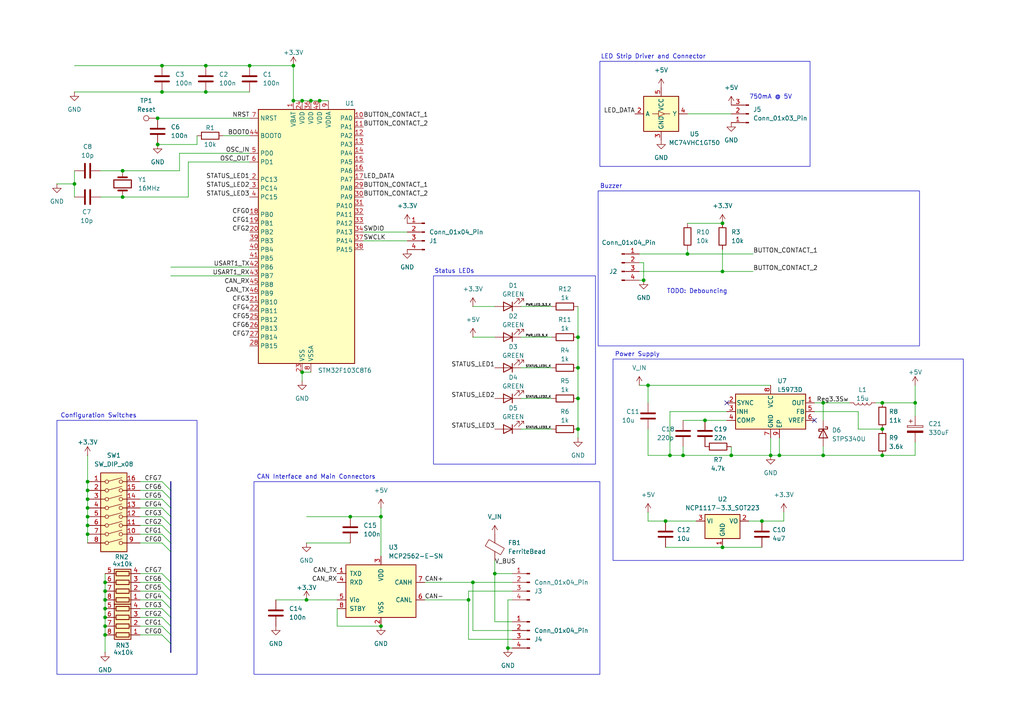
<source format=kicad_sch>
(kicad_sch
	(version 20250114)
	(generator "eeschema")
	(generator_version "9.0")
	(uuid "19263075-2e14-4c1c-b140-be1cece82e7d")
	(paper "A4")
	
	(rectangle
		(start 177.8 104.14)
		(end 279.4 162.56)
		(stroke
			(width 0)
			(type default)
		)
		(fill
			(type none)
		)
		(uuid 23c67946-7944-4d44-b21d-0ec6a7aaeb80)
	)
	(rectangle
		(start 125.73 80.01)
		(end 172.72 134.62)
		(stroke
			(width 0)
			(type default)
		)
		(fill
			(type none)
		)
		(uuid 3ec2cf12-3316-4ad5-9e48-656f29b6ec7c)
	)
	(rectangle
		(start 73.66 139.7)
		(end 173.99 195.58)
		(stroke
			(width 0)
			(type default)
		)
		(fill
			(type none)
		)
		(uuid 614fc8b1-1614-4757-b308-26632a14bc81)
	)
	(rectangle
		(start 173.482 55.372)
		(end 266.7 100.33)
		(stroke
			(width 0)
			(type default)
		)
		(fill
			(type none)
		)
		(uuid 743e7db7-e866-481f-ada0-9cd999483b74)
	)
	(rectangle
		(start 173.99 17.78)
		(end 234.95 48.26)
		(stroke
			(width 0)
			(type default)
		)
		(fill
			(type none)
		)
		(uuid 77fc0092-700a-41d7-9d93-e847315bbabf)
	)
	(rectangle
		(start 16.51 121.92)
		(end 57.15 195.58)
		(stroke
			(width 0)
			(type default)
		)
		(fill
			(type none)
		)
		(uuid b466160f-2013-4056-80ea-b88fbadd875e)
	)
	(text "Configuration Switches"
		(exclude_from_sim no)
		(at 17.526 120.65 0)
		(effects
			(font
				(size 1.27 1.27)
			)
			(justify left)
		)
		(uuid "37b19a70-d6c3-46fc-b951-70b3fd6518dc")
	)
	(text "Buzzer"
		(exclude_from_sim no)
		(at 173.99 54.102 0)
		(effects
			(font
				(size 1.27 1.27)
			)
			(justify left)
		)
		(uuid "719b8407-7060-419a-a828-1aa8660ea21e")
	)
	(text "CAN Interface and Main Connectors"
		(exclude_from_sim no)
		(at 74.422 138.43 0)
		(effects
			(font
				(size 1.27 1.27)
			)
			(justify left)
		)
		(uuid "7ddce0f7-c330-4995-8064-dfc301e672b6")
	)
	(text "Power Supply"
		(exclude_from_sim no)
		(at 178.308 102.87 0)
		(effects
			(font
				(size 1.27 1.27)
			)
			(justify left)
		)
		(uuid "b3c0fb1b-54e7-4bfc-806c-bb7588d275b1")
	)
	(text "750mA @ 5V"
		(exclude_from_sim no)
		(at 223.52 28.194 0)
		(effects
			(font
				(size 1.27 1.27)
			)
		)
		(uuid "b85a5c02-fa83-461d-83e3-97304678a0df")
	)
	(text "TODO: Debouncing"
		(exclude_from_sim no)
		(at 202.184 84.582 0)
		(effects
			(font
				(size 1.27 1.27)
			)
		)
		(uuid "c884705c-918a-4613-983f-401e88b177ad")
	)
	(text "LED Strip Driver and Connector"
		(exclude_from_sim no)
		(at 174.244 16.51 0)
		(effects
			(font
				(size 1.27 1.27)
			)
			(justify left)
		)
		(uuid "eb137765-0cde-4ad6-8c7e-e6df30883dcb")
	)
	(text "Status LEDs"
		(exclude_from_sim no)
		(at 125.984 78.74 0)
		(effects
			(font
				(size 1.27 1.27)
			)
			(justify left)
		)
		(uuid "f417197e-e46c-46f5-8146-b3bbcc0bf4fc")
	)
	(junction
		(at 35.56 57.15)
		(diameter 0)
		(color 0 0 0 0)
		(uuid "0072b523-77c6-4264-930f-487df73ad49f")
	)
	(junction
		(at 59.69 19.05)
		(diameter 0)
		(color 0 0 0 0)
		(uuid "0402ce2f-87f9-4970-89ad-ac3819bf12d6")
	)
	(junction
		(at 167.64 97.79)
		(diameter 0)
		(color 0 0 0 0)
		(uuid "0a5984a4-9313-4450-a0e2-2728c256fac6")
	)
	(junction
		(at 226.06 132.08)
		(diameter 0)
		(color 0 0 0 0)
		(uuid "1011dad9-bddb-49a7-a0a5-5d6f89afded3")
	)
	(junction
		(at 223.52 132.08)
		(diameter 0)
		(color 0 0 0 0)
		(uuid "1185b788-8e1f-4e1b-b5e8-1444ce1cf827")
	)
	(junction
		(at 59.69 26.67)
		(diameter 0)
		(color 0 0 0 0)
		(uuid "128959b9-b85f-423e-bcce-6e35d4b8fe21")
	)
	(junction
		(at 137.16 168.91)
		(diameter 0)
		(color 0 0 0 0)
		(uuid "154b48ca-5a86-4035-9c38-9784706cd0b5")
	)
	(junction
		(at 186.69 81.28)
		(diameter 0)
		(color 0 0 0 0)
		(uuid "168baac9-60ee-4152-bf7c-9d7e80acc516")
	)
	(junction
		(at 25.4 152.4)
		(diameter 0)
		(color 0 0 0 0)
		(uuid "168c8e4f-7460-4a5d-9d93-5328b72eb8fe")
	)
	(junction
		(at 25.4 149.86)
		(diameter 0)
		(color 0 0 0 0)
		(uuid "18c6d6b2-4b84-4c89-ab81-d660aead6fbe")
	)
	(junction
		(at 30.48 173.99)
		(diameter 0)
		(color 0 0 0 0)
		(uuid "19a9a2ea-08d3-4c0b-8f94-c6cb89dd6a95")
	)
	(junction
		(at 167.64 115.57)
		(diameter 0)
		(color 0 0 0 0)
		(uuid "20fcce97-dc53-43a7-be87-c884424d2505")
	)
	(junction
		(at 90.17 29.21)
		(diameter 0)
		(color 0 0 0 0)
		(uuid "249ad71e-3d16-4636-adb8-993d06ee3800")
	)
	(junction
		(at 143.51 166.37)
		(diameter 0)
		(color 0 0 0 0)
		(uuid "29932bfd-d0c3-4cc6-8f23-395ece279acb")
	)
	(junction
		(at 255.905 124.46)
		(diameter 0)
		(color 0 0 0 0)
		(uuid "2e85f4bf-11db-48af-93dc-cf436e9dd838")
	)
	(junction
		(at 30.48 181.61)
		(diameter 0)
		(color 0 0 0 0)
		(uuid "30a07a6f-df1e-452a-9cc1-5448d881cd3f")
	)
	(junction
		(at 25.4 144.78)
		(diameter 0)
		(color 0 0 0 0)
		(uuid "32ce0a2f-7feb-4048-ad5f-bdf3fc3b501b")
	)
	(junction
		(at 187.96 111.76)
		(diameter 0)
		(color 0 0 0 0)
		(uuid "36d7591a-c182-4144-b96b-2ca3699f3950")
	)
	(junction
		(at 147.32 187.96)
		(diameter 0)
		(color 0 0 0 0)
		(uuid "38cdbfd2-f585-443c-aa7c-0b34dc91c0a4")
	)
	(junction
		(at 87.63 29.21)
		(diameter 0)
		(color 0 0 0 0)
		(uuid "399711ca-5b01-4c3e-82af-2121ef5c8f57")
	)
	(junction
		(at 88.9 173.99)
		(diameter 0)
		(color 0 0 0 0)
		(uuid "4039a61a-b0e1-4eed-89c7-5da9a0d7c3e5")
	)
	(junction
		(at 167.64 124.46)
		(diameter 0)
		(color 0 0 0 0)
		(uuid "4f399113-a058-46fb-b4bf-b75f105b9f42")
	)
	(junction
		(at 30.48 176.53)
		(diameter 0)
		(color 0 0 0 0)
		(uuid "5b76d475-9826-486e-8a3b-6267b53c1c61")
	)
	(junction
		(at 110.49 181.61)
		(diameter 0)
		(color 0 0 0 0)
		(uuid "6c120f95-fd00-4c3d-8d92-b19f46a86d76")
	)
	(junction
		(at 198.12 132.08)
		(diameter 0)
		(color 0 0 0 0)
		(uuid "73234447-d924-47db-9dbd-99d34b236ae8")
	)
	(junction
		(at 30.48 168.91)
		(diameter 0)
		(color 0 0 0 0)
		(uuid "7358a661-9565-4173-9efd-84920cebb0bd")
	)
	(junction
		(at 265.43 116.84)
		(diameter 0)
		(color 0 0 0 0)
		(uuid "7584aa4a-85c0-4975-b981-dec4be8cab76")
	)
	(junction
		(at 35.56 49.53)
		(diameter 0)
		(color 0 0 0 0)
		(uuid "78e40e73-fca5-427d-89ed-acae12f4c259")
	)
	(junction
		(at 209.55 64.77)
		(diameter 0)
		(color 0 0 0 0)
		(uuid "7a6b698b-e7a2-4330-9462-72f33d1ba060")
	)
	(junction
		(at 199.39 73.66)
		(diameter 0)
		(color 0 0 0 0)
		(uuid "827bea10-37fa-4d0e-8d6f-1f67f11198c2")
	)
	(junction
		(at 25.4 147.32)
		(diameter 0)
		(color 0 0 0 0)
		(uuid "8b6e8f2a-27e3-4b1a-bd0e-f52871dbdb43")
	)
	(junction
		(at 46.99 19.05)
		(diameter 0)
		(color 0 0 0 0)
		(uuid "8c00c531-3123-4995-ab18-b1312d60ef16")
	)
	(junction
		(at 204.47 121.92)
		(diameter 0)
		(color 0 0 0 0)
		(uuid "8d45d41f-40d6-44e9-847e-e88c00cc7310")
	)
	(junction
		(at 212.09 132.08)
		(diameter 0)
		(color 0 0 0 0)
		(uuid "90b300b4-b894-4c6f-9b00-901ed78bacad")
	)
	(junction
		(at 194.31 132.08)
		(diameter 0)
		(color 0 0 0 0)
		(uuid "99a6fed0-b08e-4296-b6d9-537fa9ef5235")
	)
	(junction
		(at 101.6 149.86)
		(diameter 0)
		(color 0 0 0 0)
		(uuid "9d92cefb-d1c4-4608-b030-7cb5104f44e9")
	)
	(junction
		(at 110.49 149.86)
		(diameter 0)
		(color 0 0 0 0)
		(uuid "a907a4e6-2ab5-43eb-8512-256a06d64038")
	)
	(junction
		(at 87.63 107.95)
		(diameter 0)
		(color 0 0 0 0)
		(uuid "acf9a5e7-4da0-44e5-a369-69f3a0a804d9")
	)
	(junction
		(at 238.76 116.84)
		(diameter 0)
		(color 0 0 0 0)
		(uuid "b3599045-2889-4187-945b-589d2207b37a")
	)
	(junction
		(at 30.48 171.45)
		(diameter 0)
		(color 0 0 0 0)
		(uuid "b668faa6-39cc-4d81-93a2-8d153c9a2427")
	)
	(junction
		(at 72.39 19.05)
		(diameter 0)
		(color 0 0 0 0)
		(uuid "b7fb4268-dc41-44e6-8655-4af1793f3a45")
	)
	(junction
		(at 135.89 173.99)
		(diameter 0)
		(color 0 0 0 0)
		(uuid "b9d18b2d-30e3-4148-8f84-cfee5aa38509")
	)
	(junction
		(at 92.71 29.21)
		(diameter 0)
		(color 0 0 0 0)
		(uuid "bd63f6d4-eb53-4ed6-aa2a-75390a7053cb")
	)
	(junction
		(at 255.905 132.08)
		(diameter 0)
		(color 0 0 0 0)
		(uuid "bf783ff2-82c0-45d4-ad58-a1dd718c8832")
	)
	(junction
		(at 46.99 26.67)
		(diameter 0)
		(color 0 0 0 0)
		(uuid "c0b29022-0464-4906-833c-0a46df749d49")
	)
	(junction
		(at 25.4 139.7)
		(diameter 0)
		(color 0 0 0 0)
		(uuid "c89d878b-9af4-492c-a238-6cc0da1ab32a")
	)
	(junction
		(at 25.4 142.24)
		(diameter 0)
		(color 0 0 0 0)
		(uuid "d0a1f97b-68a1-4a3a-84d9-0ef7cac97dba")
	)
	(junction
		(at 45.72 34.29)
		(diameter 0)
		(color 0 0 0 0)
		(uuid "d45c2fdf-b6da-4edb-aeaf-9db67f2d8b1d")
	)
	(junction
		(at 255.905 116.84)
		(diameter 0)
		(color 0 0 0 0)
		(uuid "d4952dc0-d771-4a28-a3fe-6c34cf89b233")
	)
	(junction
		(at 167.64 106.68)
		(diameter 0)
		(color 0 0 0 0)
		(uuid "d5a4c53e-cc23-4acf-b18d-8f53ef48c92a")
	)
	(junction
		(at 220.98 151.13)
		(diameter 0)
		(color 0 0 0 0)
		(uuid "d8a8d9e4-8eca-4668-8f4f-d35562c117fd")
	)
	(junction
		(at 85.09 29.21)
		(diameter 0)
		(color 0 0 0 0)
		(uuid "e595b548-3f4d-4147-b16b-6bbf1ad6a7a2")
	)
	(junction
		(at 193.04 151.13)
		(diameter 0)
		(color 0 0 0 0)
		(uuid "ec64760a-ff87-4873-81f9-1bce3339c2dd")
	)
	(junction
		(at 21.59 53.34)
		(diameter 0)
		(color 0 0 0 0)
		(uuid "ec795efc-a571-409f-a6ce-646607884533")
	)
	(junction
		(at 209.55 158.75)
		(diameter 0)
		(color 0 0 0 0)
		(uuid "eef91584-61fa-4a48-9c00-9a59f63aaae2")
	)
	(junction
		(at 25.4 154.94)
		(diameter 0)
		(color 0 0 0 0)
		(uuid "f54a3756-4a95-4a93-9307-30a590008261")
	)
	(junction
		(at 30.48 179.07)
		(diameter 0)
		(color 0 0 0 0)
		(uuid "f59adcec-3892-41f2-b2b5-046bbaefd863")
	)
	(junction
		(at 30.48 184.15)
		(diameter 0)
		(color 0 0 0 0)
		(uuid "fa5f2f1d-027b-419f-86b9-78059e694992")
	)
	(junction
		(at 209.55 78.74)
		(diameter 0)
		(color 0 0 0 0)
		(uuid "fcc6e57c-2eb6-469d-a8d9-2e993c601aeb")
	)
	(junction
		(at 85.09 19.05)
		(diameter 0)
		(color 0 0 0 0)
		(uuid "fd35f0f2-41d7-45d4-b212-a9d3a14c6690")
	)
	(junction
		(at 238.76 132.08)
		(diameter 0)
		(color 0 0 0 0)
		(uuid "fdfc1c58-f259-4f93-bc9f-73a3b7db673b")
	)
	(junction
		(at 45.72 41.91)
		(diameter 0)
		(color 0 0 0 0)
		(uuid "fe0ff851-deef-4953-9e06-0347fdc8bc28")
	)
	(no_connect
		(at 210.82 116.84)
		(uuid "779c9968-ad8d-4c09-bfa8-0d4b9ea9ba53")
	)
	(no_connect
		(at 236.22 121.92)
		(uuid "9458ed2a-12aa-4099-a1d1-a24ac28cc139")
	)
	(bus_entry
		(at 46.99 176.53)
		(size 2.54 2.54)
		(stroke
			(width 0)
			(type default)
		)
		(uuid "00c3750e-bb83-4695-af41-c56fc0db436b")
	)
	(bus_entry
		(at 46.99 171.45)
		(size 2.54 2.54)
		(stroke
			(width 0)
			(type default)
		)
		(uuid "176bdbbe-2731-4b0d-a85a-f9bfe7f22000")
	)
	(bus_entry
		(at 46.99 184.15)
		(size 2.54 2.54)
		(stroke
			(width 0)
			(type default)
		)
		(uuid "27283dd0-f079-467c-b9e7-bcf257222c88")
	)
	(bus_entry
		(at 46.99 149.86)
		(size 2.54 2.54)
		(stroke
			(width 0)
			(type default)
		)
		(uuid "2f5575f0-9ac7-43c3-a3b9-f76285677a65")
	)
	(bus_entry
		(at 46.99 139.7)
		(size 2.54 2.54)
		(stroke
			(width 0)
			(type default)
		)
		(uuid "3b519922-4dea-4922-904b-0a9029bb188f")
	)
	(bus_entry
		(at 46.99 179.07)
		(size 2.54 2.54)
		(stroke
			(width 0)
			(type default)
		)
		(uuid "42e8b258-9f96-4cec-9991-2501d9d2b4d5")
	)
	(bus_entry
		(at 46.99 173.99)
		(size 2.54 2.54)
		(stroke
			(width 0)
			(type default)
		)
		(uuid "70fd21c6-9741-4b43-8f18-6e518460362e")
	)
	(bus_entry
		(at 46.99 147.32)
		(size 2.54 2.54)
		(stroke
			(width 0)
			(type default)
		)
		(uuid "89af350b-9a62-4b7f-8073-6784880cd64f")
	)
	(bus_entry
		(at 46.99 168.91)
		(size 2.54 2.54)
		(stroke
			(width 0)
			(type default)
		)
		(uuid "92c0e306-30f4-4019-92dd-eb355ccea63e")
	)
	(bus_entry
		(at 46.99 152.4)
		(size 2.54 2.54)
		(stroke
			(width 0)
			(type default)
		)
		(uuid "98ecdc7d-50ef-4c65-bfc3-475c148b2966")
	)
	(bus_entry
		(at 46.99 157.48)
		(size 2.54 2.54)
		(stroke
			(width 0)
			(type default)
		)
		(uuid "b2fe8eed-be79-4b72-a5dc-ac707d6108af")
	)
	(bus_entry
		(at 46.99 142.24)
		(size 2.54 2.54)
		(stroke
			(width 0)
			(type default)
		)
		(uuid "d4ed1710-7d99-4aef-9fce-00c8e37e3f9a")
	)
	(bus_entry
		(at 46.99 144.78)
		(size 2.54 2.54)
		(stroke
			(width 0)
			(type default)
		)
		(uuid "df98434a-d4bc-45c6-929e-c22810fd9c5f")
	)
	(bus_entry
		(at 46.99 166.37)
		(size 2.54 2.54)
		(stroke
			(width 0)
			(type default)
		)
		(uuid "e147093f-1dbb-4e66-a746-12f54da83b65")
	)
	(bus_entry
		(at 46.99 154.94)
		(size 2.54 2.54)
		(stroke
			(width 0)
			(type default)
		)
		(uuid "e39d3d18-28d3-4ec2-b944-a6a654ab8b1a")
	)
	(bus_entry
		(at 46.99 181.61)
		(size 2.54 2.54)
		(stroke
			(width 0)
			(type default)
		)
		(uuid "fb85c6a7-b223-49db-9cfd-65582a91682c")
	)
	(wire
		(pts
			(xy 226.06 132.08) (xy 238.76 132.08)
		)
		(stroke
			(width 0)
			(type default)
		)
		(uuid "01a0e334-c978-44e6-8ace-746b7c0e945a")
	)
	(wire
		(pts
			(xy 186.69 76.2) (xy 186.69 81.28)
		)
		(stroke
			(width 0)
			(type default)
		)
		(uuid "04672ea2-ec56-4098-8edd-6c8dd568cb09")
	)
	(wire
		(pts
			(xy 210.82 119.38) (xy 194.31 119.38)
		)
		(stroke
			(width 0)
			(type default)
		)
		(uuid "04de055b-fc80-4cf4-854d-674b3af6d8ff")
	)
	(bus
		(pts
			(xy 49.53 173.99) (xy 49.53 176.53)
		)
		(stroke
			(width 0)
			(type default)
		)
		(uuid "05258eb8-e35e-428b-9548-63a020c51918")
	)
	(wire
		(pts
			(xy 199.39 64.77) (xy 209.55 64.77)
		)
		(stroke
			(width 0)
			(type default)
		)
		(uuid "0bb665ab-5596-493a-8d7e-b91bbd1593ac")
	)
	(wire
		(pts
			(xy 194.31 119.38) (xy 194.31 132.08)
		)
		(stroke
			(width 0)
			(type default)
		)
		(uuid "0bbfcbcb-088c-4f23-95bf-38f1fff22cd7")
	)
	(wire
		(pts
			(xy 110.49 149.86) (xy 110.49 161.29)
		)
		(stroke
			(width 0)
			(type default)
		)
		(uuid "0c5c9650-83b4-409a-bde1-f97c3f7f04a2")
	)
	(bus
		(pts
			(xy 49.53 157.48) (xy 49.53 160.02)
		)
		(stroke
			(width 0)
			(type default)
		)
		(uuid "0d3b78b9-f786-4911-8382-93e7320b625d")
	)
	(wire
		(pts
			(xy 135.89 171.45) (xy 148.59 171.45)
		)
		(stroke
			(width 0)
			(type default)
		)
		(uuid "0ec91b38-b9f5-443d-ac18-7500210b7219")
	)
	(wire
		(pts
			(xy 167.64 88.9) (xy 167.64 97.79)
		)
		(stroke
			(width 0)
			(type default)
		)
		(uuid "0ee7b60a-6fb7-46da-ad1f-1468bd936551")
	)
	(wire
		(pts
			(xy 105.41 67.31) (xy 118.11 67.31)
		)
		(stroke
			(width 0)
			(type default)
		)
		(uuid "0fb01949-93dd-4ff1-abff-5759a46d159c")
	)
	(bus
		(pts
			(xy 49.53 176.53) (xy 49.53 179.07)
		)
		(stroke
			(width 0)
			(type default)
		)
		(uuid "10f9516d-caf2-4575-9bf4-cf33ce94550b")
	)
	(wire
		(pts
			(xy 87.63 107.95) (xy 87.63 110.49)
		)
		(stroke
			(width 0)
			(type default)
		)
		(uuid "113aadc3-8a25-436d-8a1e-81540e3a3ddd")
	)
	(wire
		(pts
			(xy 187.96 111.76) (xy 223.52 111.76)
		)
		(stroke
			(width 0)
			(type default)
		)
		(uuid "124c5f17-9d32-40d1-adb6-3913210a0ef2")
	)
	(wire
		(pts
			(xy 199.39 73.66) (xy 218.44 73.66)
		)
		(stroke
			(width 0)
			(type default)
		)
		(uuid "1360132e-4ced-4671-bab9-059f470fd700")
	)
	(wire
		(pts
			(xy 40.64 152.4) (xy 46.99 152.4)
		)
		(stroke
			(width 0)
			(type default)
		)
		(uuid "14e77176-5f0a-4259-bd0a-d9c019eb0dca")
	)
	(wire
		(pts
			(xy 143.51 166.37) (xy 148.59 166.37)
		)
		(stroke
			(width 0)
			(type default)
		)
		(uuid "14ef4c6d-3af5-4410-a028-36b2ec03a64e")
	)
	(bus
		(pts
			(xy 49.53 154.94) (xy 49.53 157.48)
		)
		(stroke
			(width 0)
			(type default)
		)
		(uuid "16624a92-524c-498f-b2ae-ca2e96bf7fe9")
	)
	(wire
		(pts
			(xy 52.07 49.53) (xy 35.56 49.53)
		)
		(stroke
			(width 0)
			(type default)
		)
		(uuid "1938f273-d657-4f64-bde3-10b4f4d8ee5b")
	)
	(wire
		(pts
			(xy 97.79 181.61) (xy 110.49 181.61)
		)
		(stroke
			(width 0)
			(type default)
		)
		(uuid "19fb19ca-707d-48b9-b5f2-3effe2f187af")
	)
	(wire
		(pts
			(xy 88.9 157.48) (xy 101.6 157.48)
		)
		(stroke
			(width 0)
			(type default)
		)
		(uuid "1a412cbf-f1e6-4deb-bee1-297d25be8e37")
	)
	(wire
		(pts
			(xy 85.09 29.21) (xy 87.63 29.21)
		)
		(stroke
			(width 0)
			(type default)
		)
		(uuid "1cd815bd-d2b1-4d16-8f74-d633f1d7d6cd")
	)
	(wire
		(pts
			(xy 238.76 116.84) (xy 238.76 121.92)
		)
		(stroke
			(width 0)
			(type default)
		)
		(uuid "1d7cc9da-7fae-47ca-a7a7-8f93364690e9")
	)
	(wire
		(pts
			(xy 54.61 46.99) (xy 54.61 57.15)
		)
		(stroke
			(width 0)
			(type default)
		)
		(uuid "1e7f3c47-6ccf-4f99-b781-071a2e174597")
	)
	(wire
		(pts
			(xy 25.4 144.78) (xy 25.4 147.32)
		)
		(stroke
			(width 0)
			(type default)
		)
		(uuid "1fdc6a50-1899-4ae6-b33c-a2616deb4141")
	)
	(wire
		(pts
			(xy 265.43 128.27) (xy 265.43 132.08)
		)
		(stroke
			(width 0)
			(type default)
		)
		(uuid "22215599-f6a2-44a0-a23c-4819d12a3247")
	)
	(wire
		(pts
			(xy 137.16 88.9) (xy 143.51 88.9)
		)
		(stroke
			(width 0)
			(type default)
		)
		(uuid "241d2c2a-1724-44a3-9008-5eaa1c1f05d9")
	)
	(wire
		(pts
			(xy 72.39 44.45) (xy 52.07 44.45)
		)
		(stroke
			(width 0)
			(type default)
		)
		(uuid "27e09aa9-1ad3-4e78-83e1-ecb6400cf6ac")
	)
	(wire
		(pts
			(xy 40.64 154.94) (xy 46.99 154.94)
		)
		(stroke
			(width 0)
			(type default)
		)
		(uuid "2a1a241d-9724-45ce-8d94-f932130ceb93")
	)
	(wire
		(pts
			(xy 227.33 148.59) (xy 227.33 151.13)
		)
		(stroke
			(width 0)
			(type default)
		)
		(uuid "2a215a98-603b-4a4b-b7a5-7d92111c4928")
	)
	(bus
		(pts
			(xy 49.53 147.32) (xy 49.53 149.86)
		)
		(stroke
			(width 0)
			(type default)
		)
		(uuid "2cb3af2b-fc6e-48bf-8ef8-afda5c29a81e")
	)
	(wire
		(pts
			(xy 209.55 158.75) (xy 220.98 158.75)
		)
		(stroke
			(width 0)
			(type default)
		)
		(uuid "2db74a61-3da2-476a-968f-ea3f78b35fd0")
	)
	(wire
		(pts
			(xy 40.64 181.61) (xy 46.99 181.61)
		)
		(stroke
			(width 0)
			(type default)
		)
		(uuid "2f764e70-9898-4125-97cc-cae0b1d52d63")
	)
	(bus
		(pts
			(xy 49.53 179.07) (xy 49.53 181.61)
		)
		(stroke
			(width 0)
			(type default)
		)
		(uuid "2fe89f43-2cf4-4821-aa2e-daf75e3bd183")
	)
	(wire
		(pts
			(xy 137.16 97.79) (xy 143.51 97.79)
		)
		(stroke
			(width 0)
			(type default)
		)
		(uuid "3000b3e9-4b62-4a27-86a8-967a8803fb94")
	)
	(wire
		(pts
			(xy 21.59 53.34) (xy 21.59 57.15)
		)
		(stroke
			(width 0)
			(type default)
		)
		(uuid "344b057a-6a8c-4bad-9d30-b3cfce991656")
	)
	(wire
		(pts
			(xy 265.43 116.84) (xy 265.43 120.65)
		)
		(stroke
			(width 0)
			(type default)
		)
		(uuid "36303275-7593-440c-920f-0a978e988440")
	)
	(wire
		(pts
			(xy 135.89 173.99) (xy 135.89 171.45)
		)
		(stroke
			(width 0)
			(type default)
		)
		(uuid "3838086e-521e-4665-9d92-115621beda95")
	)
	(wire
		(pts
			(xy 25.4 139.7) (xy 25.4 142.24)
		)
		(stroke
			(width 0)
			(type default)
		)
		(uuid "3a17ec97-b4c2-473d-a0d5-6fd57dbcbfc2")
	)
	(wire
		(pts
			(xy 248.92 124.46) (xy 255.905 124.46)
		)
		(stroke
			(width 0)
			(type default)
		)
		(uuid "3ae15d1b-cae5-4e94-8ab3-692493c8dcd2")
	)
	(wire
		(pts
			(xy 193.04 151.13) (xy 201.93 151.13)
		)
		(stroke
			(width 0)
			(type default)
		)
		(uuid "3b9b67b9-36c7-49fa-9953-22eb51967234")
	)
	(wire
		(pts
			(xy 30.48 166.37) (xy 30.48 168.91)
		)
		(stroke
			(width 0)
			(type default)
		)
		(uuid "3f03623b-09e7-4a3e-8210-52064c4b85ed")
	)
	(wire
		(pts
			(xy 40.64 157.48) (xy 46.99 157.48)
		)
		(stroke
			(width 0)
			(type default)
		)
		(uuid "4079a055-5432-4cba-8459-b11aeaa7593e")
	)
	(bus
		(pts
			(xy 49.53 184.15) (xy 49.53 186.69)
		)
		(stroke
			(width 0)
			(type default)
		)
		(uuid "40ed70da-ba92-47e1-978c-330308c87257")
	)
	(wire
		(pts
			(xy 123.19 173.99) (xy 135.89 173.99)
		)
		(stroke
			(width 0)
			(type default)
		)
		(uuid "414fa327-76b2-45b3-851f-aa939771192b")
	)
	(wire
		(pts
			(xy 187.96 132.08) (xy 194.31 132.08)
		)
		(stroke
			(width 0)
			(type default)
		)
		(uuid "4181b9b3-bab0-4874-adeb-0448a33b7de8")
	)
	(wire
		(pts
			(xy 254 116.84) (xy 255.905 116.84)
		)
		(stroke
			(width 0)
			(type default)
		)
		(uuid "42f0c8bd-5271-450f-80a4-a46d663dae31")
	)
	(wire
		(pts
			(xy 185.42 76.2) (xy 186.69 76.2)
		)
		(stroke
			(width 0)
			(type default)
		)
		(uuid "43e13bc2-575b-44cc-8288-127d0675e177")
	)
	(bus
		(pts
			(xy 49.53 149.86) (xy 49.53 152.4)
		)
		(stroke
			(width 0)
			(type default)
		)
		(uuid "44989090-2955-417d-9d4a-04f5ce8f7daa")
	)
	(wire
		(pts
			(xy 248.92 124.46) (xy 248.92 119.38)
		)
		(stroke
			(width 0)
			(type default)
		)
		(uuid "450d51b7-80af-4696-9397-7d66c3bd1d63")
	)
	(wire
		(pts
			(xy 147.32 187.96) (xy 148.59 187.96)
		)
		(stroke
			(width 0)
			(type default)
		)
		(uuid "47a7c78b-f2f0-4e04-a82e-ad262d7472af")
	)
	(wire
		(pts
			(xy 187.96 148.59) (xy 187.96 151.13)
		)
		(stroke
			(width 0)
			(type default)
		)
		(uuid "4dabe9b3-843e-4cd3-857c-d165cfae1501")
	)
	(wire
		(pts
			(xy 135.89 173.99) (xy 135.89 185.42)
		)
		(stroke
			(width 0)
			(type default)
		)
		(uuid "4ddffc87-7d98-4efb-ae5b-8ac35817cc3e")
	)
	(wire
		(pts
			(xy 25.4 142.24) (xy 25.4 144.78)
		)
		(stroke
			(width 0)
			(type default)
		)
		(uuid "4f81d07e-7559-4d7a-b5ff-0d938fd10675")
	)
	(wire
		(pts
			(xy 223.52 132.08) (xy 226.06 132.08)
		)
		(stroke
			(width 0)
			(type default)
		)
		(uuid "566d7dbc-926e-4689-9d3f-9368a9108c52")
	)
	(wire
		(pts
			(xy 30.48 181.61) (xy 30.48 184.15)
		)
		(stroke
			(width 0)
			(type default)
		)
		(uuid "5742cba0-4a2b-4a1b-b915-5437cf2dd62d")
	)
	(wire
		(pts
			(xy 29.21 57.15) (xy 35.56 57.15)
		)
		(stroke
			(width 0)
			(type default)
		)
		(uuid "592e5450-5405-49c1-82b2-ad08b8bd47b9")
	)
	(bus
		(pts
			(xy 49.53 144.78) (xy 49.53 147.32)
		)
		(stroke
			(width 0)
			(type default)
		)
		(uuid "5df887ad-edda-45dc-85d3-8687a024e1c8")
	)
	(bus
		(pts
			(xy 49.53 181.61) (xy 49.53 184.15)
		)
		(stroke
			(width 0)
			(type default)
		)
		(uuid "5e6c3aca-a92a-49c2-ba37-00ac984e8dbf")
	)
	(wire
		(pts
			(xy 25.4 152.4) (xy 25.4 154.94)
		)
		(stroke
			(width 0)
			(type default)
		)
		(uuid "5e9dc771-c9e5-469d-98d8-57dc47611b54")
	)
	(bus
		(pts
			(xy 49.53 160.02) (xy 49.53 168.91)
		)
		(stroke
			(width 0)
			(type default)
		)
		(uuid "5ed564ea-e2c6-4be1-a854-7f3044fe4252")
	)
	(wire
		(pts
			(xy 25.4 132.08) (xy 25.4 139.7)
		)
		(stroke
			(width 0)
			(type default)
		)
		(uuid "6049f281-0635-4300-9174-a124cf526896")
	)
	(wire
		(pts
			(xy 198.12 129.54) (xy 198.12 132.08)
		)
		(stroke
			(width 0)
			(type default)
		)
		(uuid "61517793-15d6-45f2-b50e-405e17e1660d")
	)
	(wire
		(pts
			(xy 187.96 111.76) (xy 187.96 116.84)
		)
		(stroke
			(width 0)
			(type default)
		)
		(uuid "62f1f17a-6b6b-49a4-a780-81666fecdf76")
	)
	(wire
		(pts
			(xy 212.09 132.08) (xy 223.52 132.08)
		)
		(stroke
			(width 0)
			(type default)
		)
		(uuid "6337faff-4f33-437e-ad3d-a252174ef9cb")
	)
	(wire
		(pts
			(xy 199.39 72.39) (xy 199.39 73.66)
		)
		(stroke
			(width 0)
			(type default)
		)
		(uuid "63929725-8275-4e5d-ab9c-28e448b00f56")
	)
	(wire
		(pts
			(xy 88.9 149.86) (xy 101.6 149.86)
		)
		(stroke
			(width 0)
			(type default)
		)
		(uuid "64409b2f-29d2-451b-805b-d7feabe75018")
	)
	(wire
		(pts
			(xy 40.64 142.24) (xy 46.99 142.24)
		)
		(stroke
			(width 0)
			(type default)
		)
		(uuid "69913b44-3bd3-42cc-8bde-dc6e13dbb2fe")
	)
	(wire
		(pts
			(xy 187.96 151.13) (xy 193.04 151.13)
		)
		(stroke
			(width 0)
			(type default)
		)
		(uuid "6a9b3877-ad7c-4408-b6c8-24256d031d77")
	)
	(bus
		(pts
			(xy 49.53 168.91) (xy 49.53 171.45)
		)
		(stroke
			(width 0)
			(type default)
		)
		(uuid "6d02f7f4-64ed-4c07-9dbc-33dbe5cb4a36")
	)
	(wire
		(pts
			(xy 30.48 173.99) (xy 30.48 176.53)
		)
		(stroke
			(width 0)
			(type default)
		)
		(uuid "6da5b941-f58d-4949-9717-6d20c3664de1")
	)
	(wire
		(pts
			(xy 167.64 115.57) (xy 167.64 124.46)
		)
		(stroke
			(width 0)
			(type default)
		)
		(uuid "6e2d4070-d363-4e24-bb7d-fe9960cd50a4")
	)
	(wire
		(pts
			(xy 238.76 116.84) (xy 246.38 116.84)
		)
		(stroke
			(width 0)
			(type default)
		)
		(uuid "6eb37057-640d-44b3-95c6-eef07c0552b7")
	)
	(wire
		(pts
			(xy 30.48 171.45) (xy 30.48 173.99)
		)
		(stroke
			(width 0)
			(type default)
		)
		(uuid "6eec2c0a-41f4-41c3-b602-1b3e6a973a3a")
	)
	(wire
		(pts
			(xy 255.905 132.08) (xy 265.43 132.08)
		)
		(stroke
			(width 0)
			(type default)
		)
		(uuid "713eb288-8c8d-4abe-8f49-a693258e1947")
	)
	(wire
		(pts
			(xy 90.17 29.21) (xy 92.71 29.21)
		)
		(stroke
			(width 0)
			(type default)
		)
		(uuid "71b1ea59-567a-46de-b47f-b92e4eea8df3")
	)
	(bus
		(pts
			(xy 49.53 142.24) (xy 49.53 144.78)
		)
		(stroke
			(width 0)
			(type default)
		)
		(uuid "72e52313-6122-48fc-8b6a-2b3d003b23da")
	)
	(wire
		(pts
			(xy 30.48 176.53) (xy 30.48 179.07)
		)
		(stroke
			(width 0)
			(type default)
		)
		(uuid "72fd8c10-c480-4949-b985-0e719024151b")
	)
	(wire
		(pts
			(xy 143.51 180.34) (xy 148.59 180.34)
		)
		(stroke
			(width 0)
			(type default)
		)
		(uuid "75c88008-4a59-4941-a752-c2376ad0c5c6")
	)
	(wire
		(pts
			(xy 21.59 19.05) (xy 46.99 19.05)
		)
		(stroke
			(width 0)
			(type default)
		)
		(uuid "76023c5f-2a94-4b25-823a-d7963784c30b")
	)
	(wire
		(pts
			(xy 40.64 173.99) (xy 46.99 173.99)
		)
		(stroke
			(width 0)
			(type default)
		)
		(uuid "764ab1d7-3999-4fc8-9551-d8c08752e241")
	)
	(wire
		(pts
			(xy 123.19 168.91) (xy 137.16 168.91)
		)
		(stroke
			(width 0)
			(type default)
		)
		(uuid "7677097d-eeeb-4109-ab7a-3260a560c0af")
	)
	(wire
		(pts
			(xy 21.59 49.53) (xy 21.59 53.34)
		)
		(stroke
			(width 0)
			(type default)
		)
		(uuid "7a5c6c4d-31e1-4631-bbd9-2f70433a58fa")
	)
	(wire
		(pts
			(xy 185.42 73.66) (xy 199.39 73.66)
		)
		(stroke
			(width 0)
			(type default)
		)
		(uuid "7ccdba9a-f439-4876-9b0f-1a21e3b8e094")
	)
	(wire
		(pts
			(xy 151.13 97.79) (xy 160.02 97.79)
		)
		(stroke
			(width 0)
			(type default)
		)
		(uuid "7d052de5-b337-4dfb-8b81-9f259e5cfc94")
	)
	(wire
		(pts
			(xy 25.4 149.86) (xy 25.4 152.4)
		)
		(stroke
			(width 0)
			(type default)
		)
		(uuid "7d843b4d-cd9d-4518-a6e6-0ebb93be8e39")
	)
	(wire
		(pts
			(xy 135.89 185.42) (xy 148.59 185.42)
		)
		(stroke
			(width 0)
			(type default)
		)
		(uuid "7da798df-8621-48f9-bc2b-8b47ca07d327")
	)
	(wire
		(pts
			(xy 148.59 173.99) (xy 147.32 173.99)
		)
		(stroke
			(width 0)
			(type default)
		)
		(uuid "7dcc0943-fe59-4d79-988f-8e8a00a19a42")
	)
	(wire
		(pts
			(xy 143.51 162.56) (xy 143.51 166.37)
		)
		(stroke
			(width 0)
			(type default)
		)
		(uuid "7f2e73ed-8279-4265-9bc9-0bbeb8eecfd7")
	)
	(wire
		(pts
			(xy 40.64 184.15) (xy 46.99 184.15)
		)
		(stroke
			(width 0)
			(type default)
		)
		(uuid "7f717549-6cbc-4199-b2ff-f87b429dafe7")
	)
	(wire
		(pts
			(xy 92.71 29.21) (xy 95.25 29.21)
		)
		(stroke
			(width 0)
			(type default)
		)
		(uuid "83131456-af95-4093-8999-21fb0d39a780")
	)
	(wire
		(pts
			(xy 185.42 81.28) (xy 186.69 81.28)
		)
		(stroke
			(width 0)
			(type default)
		)
		(uuid "831ad4f3-29e3-44ed-8cc3-8e7d9af32cab")
	)
	(wire
		(pts
			(xy 40.64 147.32) (xy 46.99 147.32)
		)
		(stroke
			(width 0)
			(type default)
		)
		(uuid "88ccaa90-2626-4a2f-9904-4a7bc5d5e174")
	)
	(bus
		(pts
			(xy 49.53 152.4) (xy 49.53 154.94)
		)
		(stroke
			(width 0)
			(type default)
		)
		(uuid "89a551a7-c36a-4e20-9b2e-e4093905d10a")
	)
	(wire
		(pts
			(xy 46.99 26.67) (xy 59.69 26.67)
		)
		(stroke
			(width 0)
			(type default)
		)
		(uuid "8a66c779-bd84-4635-aea2-dc2f4a11f639")
	)
	(wire
		(pts
			(xy 40.64 168.91) (xy 46.99 168.91)
		)
		(stroke
			(width 0)
			(type default)
		)
		(uuid "8b29951d-007b-4934-b2cd-2edb41ea02ba")
	)
	(wire
		(pts
			(xy 57.15 39.37) (xy 57.15 41.91)
		)
		(stroke
			(width 0)
			(type default)
		)
		(uuid "8b34d129-0f6d-498e-a534-957640452560")
	)
	(bus
		(pts
			(xy 49.53 186.69) (xy 49.53 189.23)
		)
		(stroke
			(width 0)
			(type default)
		)
		(uuid "8ba58915-1c8b-40e8-be95-c93f7fda3b2d")
	)
	(wire
		(pts
			(xy 87.63 29.21) (xy 90.17 29.21)
		)
		(stroke
			(width 0)
			(type default)
		)
		(uuid "8dd82040-38ce-4996-9210-9dbc290d282a")
	)
	(wire
		(pts
			(xy 101.6 149.86) (xy 110.49 149.86)
		)
		(stroke
			(width 0)
			(type default)
		)
		(uuid "8e6c8a2f-3d8b-410b-bf55-fbd0c8c1fdc2")
	)
	(wire
		(pts
			(xy 143.51 166.37) (xy 143.51 180.34)
		)
		(stroke
			(width 0)
			(type default)
		)
		(uuid "8eedd378-7a1b-4d69-b151-756fa87add63")
	)
	(wire
		(pts
			(xy 30.48 184.15) (xy 30.48 189.23)
		)
		(stroke
			(width 0)
			(type default)
		)
		(uuid "90f6463c-b577-4538-a111-c4810d04a5e6")
	)
	(wire
		(pts
			(xy 151.13 106.68) (xy 160.02 106.68)
		)
		(stroke
			(width 0)
			(type default)
		)
		(uuid "91279579-62b7-44bc-b036-e83801b84e87")
	)
	(wire
		(pts
			(xy 40.64 179.07) (xy 46.99 179.07)
		)
		(stroke
			(width 0)
			(type default)
		)
		(uuid "9212df10-422c-491c-8d35-4f9f819ac39b")
	)
	(wire
		(pts
			(xy 137.16 182.88) (xy 148.59 182.88)
		)
		(stroke
			(width 0)
			(type default)
		)
		(uuid "92ca3912-6759-4f37-b7c1-c406815f99db")
	)
	(wire
		(pts
			(xy 217.17 151.13) (xy 220.98 151.13)
		)
		(stroke
			(width 0)
			(type default)
		)
		(uuid "93ff1b0f-9b78-4528-923b-270e2722adf1")
	)
	(wire
		(pts
			(xy 21.59 26.67) (xy 46.99 26.67)
		)
		(stroke
			(width 0)
			(type default)
		)
		(uuid "959c19d0-ecbd-486d-aeea-4a2208267b52")
	)
	(wire
		(pts
			(xy 25.4 154.94) (xy 25.4 157.48)
		)
		(stroke
			(width 0)
			(type default)
		)
		(uuid "96a3a72a-e42e-4e16-b7b0-ba7242fc54c4")
	)
	(wire
		(pts
			(xy 40.64 144.78) (xy 46.99 144.78)
		)
		(stroke
			(width 0)
			(type default)
		)
		(uuid "976b86c7-4ab7-4c15-948b-efb80352a583")
	)
	(wire
		(pts
			(xy 238.76 129.54) (xy 238.76 132.08)
		)
		(stroke
			(width 0)
			(type default)
		)
		(uuid "985c53c6-9c63-49a6-8e04-bc56cc5eb069")
	)
	(wire
		(pts
			(xy 147.32 173.99) (xy 147.32 187.96)
		)
		(stroke
			(width 0)
			(type default)
		)
		(uuid "9aa77c15-4005-46ec-bf1f-4651d92ad263")
	)
	(wire
		(pts
			(xy 187.96 124.46) (xy 187.96 132.08)
		)
		(stroke
			(width 0)
			(type default)
		)
		(uuid "9ce000b6-b22a-4d89-8bd8-62fef16ee551")
	)
	(wire
		(pts
			(xy 52.07 44.45) (xy 52.07 49.53)
		)
		(stroke
			(width 0)
			(type default)
		)
		(uuid "9d7bc3bd-c568-42f5-9c6e-eb14ff66b336")
	)
	(bus
		(pts
			(xy 49.53 171.45) (xy 49.53 173.99)
		)
		(stroke
			(width 0)
			(type default)
		)
		(uuid "9da1aba1-fdc5-4285-85c9-35dbd1f43420")
	)
	(wire
		(pts
			(xy 236.22 116.84) (xy 238.76 116.84)
		)
		(stroke
			(width 0)
			(type default)
		)
		(uuid "a4345017-9ff1-4165-bf56-7560f4fc6395")
	)
	(wire
		(pts
			(xy 16.51 53.34) (xy 21.59 53.34)
		)
		(stroke
			(width 0)
			(type default)
		)
		(uuid "a943f769-a490-4903-9464-4e2c4d53f651")
	)
	(wire
		(pts
			(xy 198.12 121.92) (xy 204.47 121.92)
		)
		(stroke
			(width 0)
			(type default)
		)
		(uuid "aa193760-4c52-4f1c-904b-cc2c16f9019c")
	)
	(wire
		(pts
			(xy 30.48 179.07) (xy 30.48 181.61)
		)
		(stroke
			(width 0)
			(type default)
		)
		(uuid "abbf3d95-30f8-4d93-95b7-584240a4544d")
	)
	(wire
		(pts
			(xy 193.04 158.75) (xy 209.55 158.75)
		)
		(stroke
			(width 0)
			(type default)
		)
		(uuid "ac3706fe-6fdf-46db-9564-ef842d8bbb50")
	)
	(wire
		(pts
			(xy 151.13 88.9) (xy 160.02 88.9)
		)
		(stroke
			(width 0)
			(type default)
		)
		(uuid "ac903ca2-edb3-4b7d-b790-23f6552ec69f")
	)
	(wire
		(pts
			(xy 49.53 77.47) (xy 72.39 77.47)
		)
		(stroke
			(width 0)
			(type default)
		)
		(uuid "acddc4fd-b4d3-4c4d-95a1-30dfe9dddb67")
	)
	(wire
		(pts
			(xy 29.21 49.53) (xy 35.56 49.53)
		)
		(stroke
			(width 0)
			(type default)
		)
		(uuid "af79c497-5ab9-4b3e-be6b-46a58c017386")
	)
	(wire
		(pts
			(xy 40.64 139.7) (xy 46.99 139.7)
		)
		(stroke
			(width 0)
			(type default)
		)
		(uuid "b002d37f-29e0-47ee-9f2a-ba4f5db20e6b")
	)
	(wire
		(pts
			(xy 45.72 34.29) (xy 72.39 34.29)
		)
		(stroke
			(width 0)
			(type default)
		)
		(uuid "b2764022-b5ce-4c5b-a738-8c25781a227b")
	)
	(wire
		(pts
			(xy 199.39 33.02) (xy 212.09 33.02)
		)
		(stroke
			(width 0)
			(type default)
		)
		(uuid "b27f0d82-60b4-434e-9aff-a46a3215101f")
	)
	(wire
		(pts
			(xy 220.98 151.13) (xy 227.33 151.13)
		)
		(stroke
			(width 0)
			(type default)
		)
		(uuid "b3c7a89a-0fa0-4b97-9ded-d7dfe78d2f51")
	)
	(wire
		(pts
			(xy 248.92 119.38) (xy 236.22 119.38)
		)
		(stroke
			(width 0)
			(type default)
		)
		(uuid "b44d681b-06c8-4048-9660-45e3d0a1cea7")
	)
	(wire
		(pts
			(xy 72.39 19.05) (xy 85.09 19.05)
		)
		(stroke
			(width 0)
			(type default)
		)
		(uuid "b4ad95ce-4646-4c84-b189-919363ade530")
	)
	(wire
		(pts
			(xy 226.06 127) (xy 226.06 132.08)
		)
		(stroke
			(width 0)
			(type default)
		)
		(uuid "b58e46aa-a39e-4405-8e77-418a00f39520")
	)
	(wire
		(pts
			(xy 167.64 106.68) (xy 167.64 115.57)
		)
		(stroke
			(width 0)
			(type default)
		)
		(uuid "b6e569f3-9c22-48c7-b007-b1763d88d277")
	)
	(wire
		(pts
			(xy 167.64 97.79) (xy 167.64 106.68)
		)
		(stroke
			(width 0)
			(type default)
		)
		(uuid "b7daafae-d48e-43e3-a4d2-f01fe2587d1b")
	)
	(wire
		(pts
			(xy 204.47 121.92) (xy 210.82 121.92)
		)
		(stroke
			(width 0)
			(type default)
		)
		(uuid "b8b11154-d9b0-42d6-a773-983f481981e3")
	)
	(wire
		(pts
			(xy 97.79 176.53) (xy 97.79 181.61)
		)
		(stroke
			(width 0)
			(type default)
		)
		(uuid "b8be0aaf-8fef-4823-9020-03848f3e8dfe")
	)
	(wire
		(pts
			(xy 30.48 168.91) (xy 30.48 171.45)
		)
		(stroke
			(width 0)
			(type default)
		)
		(uuid "ba5ce07f-f88d-4d0d-8550-87268e5aec5d")
	)
	(wire
		(pts
			(xy 40.64 171.45) (xy 46.99 171.45)
		)
		(stroke
			(width 0)
			(type default)
		)
		(uuid "bac09d54-105a-49d5-8fd0-eb94954b2a02")
	)
	(wire
		(pts
			(xy 137.16 168.91) (xy 137.16 182.88)
		)
		(stroke
			(width 0)
			(type default)
		)
		(uuid "bbd5411c-5652-46a2-acd5-76a69ee2636e")
	)
	(wire
		(pts
			(xy 223.52 127) (xy 223.52 132.08)
		)
		(stroke
			(width 0)
			(type default)
		)
		(uuid "be64ff02-a924-456a-a685-ca0998c793a1")
	)
	(wire
		(pts
			(xy 238.76 132.08) (xy 255.905 132.08)
		)
		(stroke
			(width 0)
			(type default)
		)
		(uuid "c0dd6ebb-3820-4f6c-a484-177df986d92c")
	)
	(wire
		(pts
			(xy 151.13 124.46) (xy 160.02 124.46)
		)
		(stroke
			(width 0)
			(type default)
		)
		(uuid "c1e5df41-8cae-442c-ab50-d7abdeac2a08")
	)
	(wire
		(pts
			(xy 137.16 168.91) (xy 148.59 168.91)
		)
		(stroke
			(width 0)
			(type default)
		)
		(uuid "c1e7b5c0-0adb-41e2-adf5-002483898ac6")
	)
	(wire
		(pts
			(xy 87.63 107.95) (xy 90.17 107.95)
		)
		(stroke
			(width 0)
			(type default)
		)
		(uuid "c649d360-3ca1-4c73-8997-c3b208e0673d")
	)
	(wire
		(pts
			(xy 194.31 132.08) (xy 198.12 132.08)
		)
		(stroke
			(width 0)
			(type default)
		)
		(uuid "c8b7a48f-b7d9-44ad-852e-d9b1a4d63090")
	)
	(wire
		(pts
			(xy 209.55 72.39) (xy 209.55 78.74)
		)
		(stroke
			(width 0)
			(type default)
		)
		(uuid "ca0d9634-ec26-42b7-8ee0-ce05b6e1f6c1")
	)
	(wire
		(pts
			(xy 54.61 57.15) (xy 35.56 57.15)
		)
		(stroke
			(width 0)
			(type default)
		)
		(uuid "cc5a76f8-f3a6-470e-b65e-59d4c25c3840")
	)
	(wire
		(pts
			(xy 49.53 80.01) (xy 72.39 80.01)
		)
		(stroke
			(width 0)
			(type default)
		)
		(uuid "cfd95869-d7fa-4193-bb2a-f69efd9293e3")
	)
	(wire
		(pts
			(xy 59.69 19.05) (xy 72.39 19.05)
		)
		(stroke
			(width 0)
			(type default)
		)
		(uuid "d25304b5-103c-4a2b-b499-aab43d76783b")
	)
	(wire
		(pts
			(xy 72.39 39.37) (xy 64.77 39.37)
		)
		(stroke
			(width 0)
			(type default)
		)
		(uuid "d7c72f7d-609e-41ee-bcf4-f028577949ec")
	)
	(wire
		(pts
			(xy 54.61 46.99) (xy 72.39 46.99)
		)
		(stroke
			(width 0)
			(type default)
		)
		(uuid "d9adb7c9-bb4c-4fa7-94f6-395b44684f29")
	)
	(wire
		(pts
			(xy 212.09 129.54) (xy 212.09 132.08)
		)
		(stroke
			(width 0)
			(type default)
		)
		(uuid "db0a650b-00a3-4f7a-9e96-18f75317778f")
	)
	(wire
		(pts
			(xy 85.09 19.05) (xy 85.09 29.21)
		)
		(stroke
			(width 0)
			(type default)
		)
		(uuid "e1bb8007-845b-4f35-b58d-5f248ad50eb9")
	)
	(wire
		(pts
			(xy 45.72 41.91) (xy 57.15 41.91)
		)
		(stroke
			(width 0)
			(type default)
		)
		(uuid "e3ef27a1-fbdc-4cca-beb6-c0b79b29aaea")
	)
	(bus
		(pts
			(xy 49.53 139.7) (xy 49.53 142.24)
		)
		(stroke
			(width 0)
			(type default)
		)
		(uuid "e4d7e72c-8774-4151-ba03-bbdbbea5edf4")
	)
	(wire
		(pts
			(xy 105.41 69.85) (xy 118.11 69.85)
		)
		(stroke
			(width 0)
			(type default)
		)
		(uuid "e7382702-48ef-4a48-a277-ab772b2b79ce")
	)
	(wire
		(pts
			(xy 151.13 115.57) (xy 160.02 115.57)
		)
		(stroke
			(width 0)
			(type default)
		)
		(uuid "e9987fd1-55bb-4168-ac1b-2fd7c5ba445a")
	)
	(wire
		(pts
			(xy 25.4 147.32) (xy 25.4 149.86)
		)
		(stroke
			(width 0)
			(type default)
		)
		(uuid "e9b464ef-f1fd-432c-bfa0-c223195fce13")
	)
	(wire
		(pts
			(xy 167.64 124.46) (xy 167.64 127)
		)
		(stroke
			(width 0)
			(type default)
		)
		(uuid "e9d0e901-47c3-4469-b0a8-13e148aea900")
	)
	(wire
		(pts
			(xy 40.64 166.37) (xy 46.99 166.37)
		)
		(stroke
			(width 0)
			(type default)
		)
		(uuid "e9e7cf22-95df-484d-b86b-e81bf48ed207")
	)
	(wire
		(pts
			(xy 88.9 173.99) (xy 97.79 173.99)
		)
		(stroke
			(width 0)
			(type default)
		)
		(uuid "eb328297-e015-4961-89c9-b86404d819c4")
	)
	(wire
		(pts
			(xy 265.43 111.76) (xy 265.43 116.84)
		)
		(stroke
			(width 0)
			(type default)
		)
		(uuid "ebeaeba6-9697-4f3b-9d4d-591f125a76b1")
	)
	(wire
		(pts
			(xy 255.905 116.84) (xy 265.43 116.84)
		)
		(stroke
			(width 0)
			(type default)
		)
		(uuid "ec4dd41d-9d60-4f6f-ae66-62d7559f2469")
	)
	(wire
		(pts
			(xy 185.42 78.74) (xy 209.55 78.74)
		)
		(stroke
			(width 0)
			(type default)
		)
		(uuid "ece14d65-e189-4a70-8199-595620ae87ef")
	)
	(wire
		(pts
			(xy 59.69 26.67) (xy 72.39 26.67)
		)
		(stroke
			(width 0)
			(type default)
		)
		(uuid "ed115e26-f8f9-4ecb-9fa5-7e409d5b3742")
	)
	(wire
		(pts
			(xy 80.01 173.99) (xy 88.9 173.99)
		)
		(stroke
			(width 0)
			(type default)
		)
		(uuid "ee018562-5f5f-4728-983a-5ca9aafc5faa")
	)
	(wire
		(pts
			(xy 40.64 149.86) (xy 46.99 149.86)
		)
		(stroke
			(width 0)
			(type default)
		)
		(uuid "f3db0886-9f07-4c6b-956a-c36c619b58c8")
	)
	(wire
		(pts
			(xy 198.12 132.08) (xy 212.09 132.08)
		)
		(stroke
			(width 0)
			(type default)
		)
		(uuid "f815abcc-83ad-4109-8316-ded906a32c71")
	)
	(wire
		(pts
			(xy 40.64 176.53) (xy 46.99 176.53)
		)
		(stroke
			(width 0)
			(type default)
		)
		(uuid "f8749e64-a6d1-4b70-87bc-92fc2959c1f9")
	)
	(wire
		(pts
			(xy 185.42 111.76) (xy 187.96 111.76)
		)
		(stroke
			(width 0)
			(type default)
		)
		(uuid "f8935e5e-babd-4b01-87c1-ba6073dae67a")
	)
	(wire
		(pts
			(xy 209.55 78.74) (xy 218.44 78.74)
		)
		(stroke
			(width 0)
			(type default)
		)
		(uuid "fa378dc4-34a1-43b9-ac34-2c09240023c4")
	)
	(wire
		(pts
			(xy 46.99 19.05) (xy 59.69 19.05)
		)
		(stroke
			(width 0)
			(type default)
		)
		(uuid "fdcdf6d1-dc70-4ee9-b5f9-e121bcfbd357")
	)
	(wire
		(pts
			(xy 110.49 147.32) (xy 110.49 149.86)
		)
		(stroke
			(width 0)
			(type default)
		)
		(uuid "fedf7b92-6ec9-436b-942a-c5b83be37733")
	)
	(label "NRST"
		(at 72.39 34.29 180)
		(effects
			(font
				(size 1.27 1.27)
			)
			(justify right bottom)
		)
		(uuid "0114eb24-804d-4796-8e7b-a23e311c9085")
	)
	(label "LED_DATA"
		(at 105.41 52.07 0)
		(effects
			(font
				(size 1.27 1.27)
			)
			(justify left bottom)
		)
		(uuid "08d6c661-b3f7-410a-8426-f3bd4244bdc0")
	)
	(label "STATUS_LED3_K"
		(at 152.4 124.46 0)
		(effects
			(font
				(size 0.635 0.635)
			)
			(justify left bottom)
		)
		(uuid "0e8704ce-2670-4a3e-a857-72792d4767bb")
	)
	(label "STATUS_LED1"
		(at 143.51 106.68 180)
		(effects
			(font
				(size 1.27 1.27)
			)
			(justify right bottom)
		)
		(uuid "10de17a3-8515-4c2a-a06f-c681d086dc08")
	)
	(label "BUTTON_CONTACT_1"
		(at 218.44 73.66 0)
		(effects
			(font
				(size 1.27 1.27)
			)
			(justify left bottom)
		)
		(uuid "1549589a-0498-4afb-aea6-71bbf7fe135d")
	)
	(label "STATUS_LED2"
		(at 72.39 54.61 180)
		(effects
			(font
				(size 1.27 1.27)
			)
			(justify right bottom)
		)
		(uuid "1915f269-fbb0-4c80-b4a9-ca981b5f6eaf")
	)
	(label "CAN_RX"
		(at 97.79 168.91 180)
		(effects
			(font
				(size 1.27 1.27)
			)
			(justify right bottom)
		)
		(uuid "1ab3dabc-22a9-4000-b7f4-f2d7b9ffcddd")
	)
	(label "CFG4"
		(at 72.39 90.17 180)
		(effects
			(font
				(size 1.27 1.27)
			)
			(justify right bottom)
		)
		(uuid "22caf2d4-19d5-4d8e-a18b-a7613d4e95c7")
	)
	(label "OSC_IN"
		(at 72.39 44.45 180)
		(effects
			(font
				(size 1.27 1.27)
			)
			(justify right bottom)
		)
		(uuid "2747b0d8-0193-446a-bd6f-b540bf193c12")
	)
	(label "CFG7"
		(at 41.91 166.37 0)
		(effects
			(font
				(size 1.27 1.27)
			)
			(justify left bottom)
		)
		(uuid "2876f550-3e16-49d4-8dfe-b584fb9f48bd")
	)
	(label "CFG2"
		(at 41.91 179.07 0)
		(effects
			(font
				(size 1.27 1.27)
			)
			(justify left bottom)
		)
		(uuid "2b778f2e-1ee6-4ffd-8a42-738cd5e8727b")
	)
	(label "CFG7"
		(at 41.91 139.7 0)
		(effects
			(font
				(size 1.27 1.27)
			)
			(justify left bottom)
		)
		(uuid "2e036cbd-7664-40ab-8ba7-f841c50bed37")
	)
	(label "BOOT0"
		(at 72.39 39.37 180)
		(effects
			(font
				(size 1.27 1.27)
			)
			(justify right bottom)
		)
		(uuid "2fea3eb4-1774-4e19-b516-1fd649a5a55a")
	)
	(label "PWR_LED_3.3_K"
		(at 152.4 88.9 0)
		(effects
			(font
				(size 0.635 0.635)
			)
			(justify left bottom)
		)
		(uuid "3a77ebbc-b8e5-4b5f-b040-3aa4d2c706af")
	)
	(label "CFG0"
		(at 72.39 62.23 180)
		(effects
			(font
				(size 1.27 1.27)
			)
			(justify right bottom)
		)
		(uuid "3c236a77-fda9-42ef-b0ea-1ed7cf62a91f")
	)
	(label "CFG0"
		(at 41.91 184.15 0)
		(effects
			(font
				(size 1.27 1.27)
			)
			(justify left bottom)
		)
		(uuid "3c94a9cd-42c6-48e3-beb8-c3f5c7bb3d60")
	)
	(label "CFG2"
		(at 41.91 152.4 0)
		(effects
			(font
				(size 1.27 1.27)
			)
			(justify left bottom)
		)
		(uuid "423dd95b-4eb9-477e-94de-a3716edacf15")
	)
	(label "CFG0"
		(at 41.91 157.48 0)
		(effects
			(font
				(size 1.27 1.27)
			)
			(justify left bottom)
		)
		(uuid "424e8947-25ab-4694-b416-78520f78c35c")
	)
	(label "STATUS_LED3"
		(at 72.39 57.15 180)
		(effects
			(font
				(size 1.27 1.27)
			)
			(justify right bottom)
		)
		(uuid "4917b566-e4a6-4922-976a-da9b7d2501ae")
	)
	(label "CFG4"
		(at 41.91 147.32 0)
		(effects
			(font
				(size 1.27 1.27)
			)
			(justify left bottom)
		)
		(uuid "49840ce2-0988-4711-8d46-fdec3a717717")
	)
	(label "CFG5"
		(at 41.8687 171.45 0)
		(effects
			(font
				(size 1.27 1.27)
			)
			(justify left bottom)
		)
		(uuid "4d3ef2bc-6ef8-4b1e-9cc8-bf3a10323388")
	)
	(label "V_BUS"
		(at 143.51 163.83 0)
		(effects
			(font
				(size 1.27 1.27)
			)
			(justify left bottom)
		)
		(uuid "4e6c1dfa-8eb9-4d24-8ff1-00d8057bbdc8")
	)
	(label "OSC_OUT"
		(at 72.39 46.99 180)
		(effects
			(font
				(size 1.27 1.27)
			)
			(justify right bottom)
		)
		(uuid "4eb42a67-586b-4007-bd2f-6e56532045a6")
	)
	(label "STATUS_LED1"
		(at 72.39 52.07 180)
		(effects
			(font
				(size 1.27 1.27)
			)
			(justify right bottom)
		)
		(uuid "4f6d23d5-9067-4980-92e0-22a2db63f053")
	)
	(label "BUTTON_CONTACT_1"
		(at 105.41 54.61 0)
		(effects
			(font
				(size 1.27 1.27)
			)
			(justify left bottom)
		)
		(uuid "5519176c-dabf-4cd9-8fe2-3c3becdfa0d1")
	)
	(label "BUTTON_CONTACT_2"
		(at 105.41 57.15 0)
		(effects
			(font
				(size 1.27 1.27)
			)
			(justify left bottom)
		)
		(uuid "5672ca85-27e0-4c5d-8797-f5933e44885b")
	)
	(label "STATUS_LED2"
		(at 143.51 115.57 180)
		(effects
			(font
				(size 1.27 1.27)
			)
			(justify right bottom)
		)
		(uuid "58a6744a-e396-4dfd-879f-9436b43ca2c0")
	)
	(label "BUTTON_CONTACT_2"
		(at 105.41 36.83 0)
		(effects
			(font
				(size 1.27 1.27)
			)
			(justify left bottom)
		)
		(uuid "5e976990-58eb-4e06-90f6-ffcbf3f999d0")
	)
	(label "CFG1"
		(at 41.91 181.61 0)
		(effects
			(font
				(size 1.27 1.27)
			)
			(justify left bottom)
		)
		(uuid "65335ef0-7fe6-49a9-8acf-1fda8dde8ff4")
	)
	(label "USART1_TX"
		(at 72.39 77.47 180)
		(effects
			(font
				(size 1.27 1.27)
			)
			(justify right bottom)
		)
		(uuid "68d4d60a-7891-44a4-a588-ee13eb1d1580")
	)
	(label "CFG6"
		(at 41.91 168.91 0)
		(effects
			(font
				(size 1.27 1.27)
			)
			(justify left bottom)
		)
		(uuid "6b01fa17-f7ec-4727-b6cb-e3a6686dfc2a")
	)
	(label "PWR_LED_5_K"
		(at 152.4 97.79 0)
		(effects
			(font
				(size 0.635 0.635)
			)
			(justify left bottom)
		)
		(uuid "6c2194af-fcc1-4742-bb2d-de2afbca3e07")
	)
	(label "STATUS_LED3"
		(at 143.51 124.46 180)
		(effects
			(font
				(size 1.27 1.27)
			)
			(justify right bottom)
		)
		(uuid "6eed4f53-4c11-4fc7-89fa-2d2e2319fdf3")
	)
	(label "CFG1"
		(at 41.91 154.94 0)
		(effects
			(font
				(size 1.27 1.27)
			)
			(justify left bottom)
		)
		(uuid "7511afff-9620-4ce1-953c-92bfc8109b84")
	)
	(label "CFG4"
		(at 41.91 173.99 0)
		(effects
			(font
				(size 1.27 1.27)
			)
			(justify left bottom)
		)
		(uuid "7bdeadea-f6b1-4e77-9d48-053a013b60b4")
	)
	(label "SWCLK"
		(at 105.41 69.85 0)
		(effects
			(font
				(size 1.27 1.27)
			)
			(justify left bottom)
		)
		(uuid "7f90515b-eb8d-4a39-9baf-04370f92384d")
	)
	(label "BUTTON_CONTACT_1"
		(at 105.41 34.29 0)
		(effects
			(font
				(size 1.27 1.27)
			)
			(justify left bottom)
		)
		(uuid "84d72654-d592-4dfb-8285-d4881c2bfc8f")
	)
	(label "BUTTON_CONTACT_2"
		(at 218.44 78.74 0)
		(effects
			(font
				(size 1.27 1.27)
			)
			(justify left bottom)
		)
		(uuid "85b3c6b5-814d-46b8-a874-f768d3477fba")
	)
	(label "CAN+"
		(at 123.19 168.91 0)
		(effects
			(font
				(size 1.27 1.27)
			)
			(justify left bottom)
		)
		(uuid "8c4637c2-03d4-4c56-9f07-5e8635205df1")
	)
	(label "USART1_RX"
		(at 72.39 80.01 180)
		(effects
			(font
				(size 1.27 1.27)
			)
			(justify right bottom)
		)
		(uuid "8da1acd3-c755-4386-b103-239afc160e83")
	)
	(label "CFG2"
		(at 72.39 67.31 180)
		(effects
			(font
				(size 1.27 1.27)
			)
			(justify right bottom)
		)
		(uuid "8df5b45b-8f44-4b7f-8a45-4ddfbfdab1c6")
	)
	(label "CFG3"
		(at 41.91 149.86 0)
		(effects
			(font
				(size 1.27 1.27)
			)
			(justify left bottom)
		)
		(uuid "90e21c61-f97b-412c-a699-cce74170322a")
	)
	(label "CFG3"
		(at 72.39 87.63 180)
		(effects
			(font
				(size 1.27 1.27)
			)
			(justify right bottom)
		)
		(uuid "9d91dd59-8ebe-428c-92d8-0f53e8c3814d")
	)
	(label "CFG5"
		(at 72.4313 92.71 180)
		(effects
			(font
				(size 1.27 1.27)
			)
			(justify right bottom)
		)
		(uuid "a5b81c3e-2c1f-46e2-a39d-1df8cfbc4c40")
	)
	(label "STATUS_LED1_K"
		(at 152.4 106.68 0)
		(effects
			(font
				(size 0.635 0.635)
			)
			(justify left bottom)
		)
		(uuid "b6dd9e02-c4cc-4414-9740-c3cfc5b2fe68")
	)
	(label "CFG6"
		(at 72.39 95.25 180)
		(effects
			(font
				(size 1.27 1.27)
			)
			(justify right bottom)
		)
		(uuid "b9289d03-8e87-4177-ab86-20e7dad1f3c2")
	)
	(label "CFG5"
		(at 41.8687 144.78 0)
		(effects
			(font
				(size 1.27 1.27)
			)
			(justify left bottom)
		)
		(uuid "c1ebbd6b-2953-4c2a-a020-538e6f5e29d2")
	)
	(label "CAN-"
		(at 123.19 173.99 0)
		(effects
			(font
				(size 1.27 1.27)
			)
			(justify left bottom)
		)
		(uuid "cbb3b38c-68be-4d1c-a7aa-f1184701232f")
	)
	(label "CAN_TX"
		(at 97.79 166.37 180)
		(effects
			(font
				(size 1.27 1.27)
			)
			(justify right bottom)
		)
		(uuid "ce623de0-4eb7-489b-9616-7eb2b58cd57d")
	)
	(label "Reg3.3Sw"
		(at 236.855 116.84 0)
		(effects
			(font
				(size 1.27 1.27)
			)
			(justify left bottom)
		)
		(uuid "d4d076fb-766f-445e-bdd3-38ad1c5d2eb9")
	)
	(label "CAN_RX"
		(at 72.39 82.55 180)
		(effects
			(font
				(size 1.27 1.27)
			)
			(justify right bottom)
		)
		(uuid "d84f68e4-3fe2-4f04-aeaa-89bd0c07face")
	)
	(label "SWDIO"
		(at 105.41 67.31 0)
		(effects
			(font
				(size 1.27 1.27)
			)
			(justify left bottom)
		)
		(uuid "e2b50682-8215-4776-9ea0-d06a8aa55b5d")
	)
	(label "CFG7"
		(at 72.39 97.79 180)
		(effects
			(font
				(size 1.27 1.27)
			)
			(justify right bottom)
		)
		(uuid "e888b864-27cd-44d6-ad90-7b54e5b34e22")
	)
	(label "LED_DATA"
		(at 184.15 33.02 180)
		(effects
			(font
				(size 1.27 1.27)
			)
			(justify right bottom)
		)
		(uuid "eb1724e6-2414-44a8-8995-95272dbdfb49")
	)
	(label "CAN_TX"
		(at 72.39 85.09 180)
		(effects
			(font
				(size 1.27 1.27)
			)
			(justify right bottom)
		)
		(uuid "ec5e5e1f-287b-4161-8819-79cf59dafae6")
	)
	(label "CFG1"
		(at 72.39 64.77 180)
		(effects
			(font
				(size 1.27 1.27)
			)
			(justify right bottom)
		)
		(uuid "ee6392d3-db9d-41f6-b75e-cb37cd43ca61")
	)
	(label "STATUS_LED2_K"
		(at 152.4 115.57 0)
		(effects
			(font
				(size 0.635 0.635)
			)
			(justify left bottom)
		)
		(uuid "efa46a78-976e-40e7-b025-bc29c6149f63")
	)
	(label "CFG3"
		(at 41.91 176.53 0)
		(effects
			(font
				(size 1.27 1.27)
			)
			(justify left bottom)
		)
		(uuid "f1163ee0-0806-4b74-926b-8fea391568e7")
	)
	(label "CFG6"
		(at 41.91 142.24 0)
		(effects
			(font
				(size 1.27 1.27)
			)
			(justify left bottom)
		)
		(uuid "f43e1cdd-4b35-4305-834c-7fec0128bb7b")
	)
	(symbol
		(lib_id "power:GND")
		(at 191.77 40.64 0)
		(unit 1)
		(exclude_from_sim no)
		(in_bom yes)
		(on_board yes)
		(dnp no)
		(fields_autoplaced yes)
		(uuid "03092fb6-e52a-4365-85b1-39e4b9fc7746")
		(property "Reference" "#PWR025"
			(at 191.77 46.99 0)
			(effects
				(font
					(size 1.27 1.27)
				)
				(hide yes)
			)
		)
		(property "Value" "GND"
			(at 191.77 45.72 0)
			(effects
				(font
					(size 1.27 1.27)
				)
			)
		)
		(property "Footprint" ""
			(at 191.77 40.64 0)
			(effects
				(font
					(size 1.27 1.27)
				)
				(hide yes)
			)
		)
		(property "Datasheet" ""
			(at 191.77 40.64 0)
			(effects
				(font
					(size 1.27 1.27)
				)
				(hide yes)
			)
		)
		(property "Description" "Power symbol creates a global label with name \"GND\" , ground"
			(at 191.77 40.64 0)
			(effects
				(font
					(size 1.27 1.27)
				)
				(hide yes)
			)
		)
		(pin "1"
			(uuid "50b9acfd-746c-451e-9037-1957a8679575")
		)
		(instances
			(project "BuzzerSystem"
				(path "/19263075-2e14-4c1c-b140-be1cece82e7d"
					(reference "#PWR025")
					(unit 1)
				)
			)
		)
	)
	(symbol
		(lib_id "power:GND")
		(at 186.69 81.28 0)
		(unit 1)
		(exclude_from_sim no)
		(in_bom yes)
		(on_board yes)
		(dnp no)
		(fields_autoplaced yes)
		(uuid "066e1f85-1a54-443b-aa1b-419f3e3925b4")
		(property "Reference" "#PWR015"
			(at 186.69 87.63 0)
			(effects
				(font
					(size 1.27 1.27)
				)
				(hide yes)
			)
		)
		(property "Value" "GND"
			(at 186.69 86.36 0)
			(effects
				(font
					(size 1.27 1.27)
				)
			)
		)
		(property "Footprint" ""
			(at 186.69 81.28 0)
			(effects
				(font
					(size 1.27 1.27)
				)
				(hide yes)
			)
		)
		(property "Datasheet" ""
			(at 186.69 81.28 0)
			(effects
				(font
					(size 1.27 1.27)
				)
				(hide yes)
			)
		)
		(property "Description" "Power symbol creates a global label with name \"GND\" , ground"
			(at 186.69 81.28 0)
			(effects
				(font
					(size 1.27 1.27)
				)
				(hide yes)
			)
		)
		(pin "1"
			(uuid "b63f3a28-e376-4b8b-831d-b86c0a09fae4")
		)
		(instances
			(project "BuzzerSystem"
				(path "/19263075-2e14-4c1c-b140-be1cece82e7d"
					(reference "#PWR015")
					(unit 1)
				)
			)
		)
	)
	(symbol
		(lib_id "power:+3.3V")
		(at 265.43 111.76 0)
		(unit 1)
		(exclude_from_sim no)
		(in_bom yes)
		(on_board yes)
		(dnp no)
		(fields_autoplaced yes)
		(uuid "0691d19d-4ed9-4d76-aa44-60b6009ed9a4")
		(property "Reference" "#PWR034"
			(at 265.43 115.57 0)
			(effects
				(font
					(size 1.27 1.27)
				)
				(hide yes)
			)
		)
		(property "Value" "+5V"
			(at 265.43 107.95 0)
			(effects
				(font
					(size 1.27 1.27)
				)
			)
		)
		(property "Footprint" ""
			(at 265.43 111.76 0)
			(effects
				(font
					(size 1.27 1.27)
				)
				(hide yes)
			)
		)
		(property "Datasheet" ""
			(at 265.43 111.76 0)
			(effects
				(font
					(size 1.27 1.27)
				)
				(hide yes)
			)
		)
		(property "Description" ""
			(at 265.43 111.76 0)
			(effects
				(font
					(size 1.27 1.27)
				)
			)
		)
		(pin "1"
			(uuid "c0298f98-6499-426d-bb4f-a2cebbe79430")
		)
		(instances
			(project "BuzzerSystem"
				(path "/19263075-2e14-4c1c-b140-be1cece82e7d"
					(reference "#PWR034")
					(unit 1)
				)
			)
		)
	)
	(symbol
		(lib_id "Device:R")
		(at 255.905 120.65 0)
		(unit 1)
		(exclude_from_sim no)
		(in_bom yes)
		(on_board yes)
		(dnp no)
		(fields_autoplaced yes)
		(uuid "072cea75-b6d3-44e5-9014-947311fb6bb6")
		(property "Reference" "R8"
			(at 257.81 119.3799 0)
			(effects
				(font
					(size 1.27 1.27)
				)
				(justify left)
			)
		)
		(property "Value" "11k"
			(at 257.81 121.9199 0)
			(effects
				(font
					(size 1.27 1.27)
				)
				(justify left)
			)
		)
		(property "Footprint" "Resistor_SMD:R_0603_1608Metric"
			(at 254.127 120.65 90)
			(effects
				(font
					(size 1.27 1.27)
				)
				(hide yes)
			)
		)
		(property "Datasheet" "~"
			(at 255.905 120.65 0)
			(effects
				(font
					(size 1.27 1.27)
				)
				(hide yes)
			)
		)
		(property "Description" ""
			(at 255.905 120.65 0)
			(effects
				(font
					(size 1.27 1.27)
				)
			)
		)
		(pin "1"
			(uuid "d1ffa578-c7d6-4a3d-b4ea-436df21263c4")
		)
		(pin "2"
			(uuid "5228f4fd-84fb-4ef9-9e1c-97b0d51daed2")
		)
		(instances
			(project "BuzzerSystem"
				(path "/19263075-2e14-4c1c-b140-be1cece82e7d"
					(reference "R8")
					(unit 1)
				)
			)
		)
	)
	(symbol
		(lib_id "Device:C_Polarized")
		(at 265.43 124.46 0)
		(unit 1)
		(exclude_from_sim no)
		(in_bom yes)
		(on_board yes)
		(dnp no)
		(fields_autoplaced yes)
		(uuid "0771c36e-2fff-4926-893f-42aa7aff9b79")
		(property "Reference" "C21"
			(at 269.24 122.936 0)
			(effects
				(font
					(size 1.27 1.27)
				)
				(justify left)
			)
		)
		(property "Value" "330uF"
			(at 269.24 125.476 0)
			(effects
				(font
					(size 1.27 1.27)
				)
				(justify left)
			)
		)
		(property "Footprint" "Capacitor_SMD:C_Elec_8x10.2"
			(at 266.3952 128.27 0)
			(effects
				(font
					(size 1.27 1.27)
				)
				(hide yes)
			)
		)
		(property "Datasheet" "~"
			(at 265.43 124.46 0)
			(effects
				(font
					(size 1.27 1.27)
				)
				(hide yes)
			)
		)
		(property "Description" ""
			(at 265.43 124.46 0)
			(effects
				(font
					(size 1.27 1.27)
				)
			)
		)
		(pin "1"
			(uuid "9b0d1c45-c36b-4435-b6e3-033efaaea3cb")
		)
		(pin "2"
			(uuid "cfe80ac8-babf-4f9c-9726-7fd91e5dca9c")
		)
		(instances
			(project "BuzzerSystem"
				(path "/19263075-2e14-4c1c-b140-be1cece82e7d"
					(reference "C21")
					(unit 1)
				)
			)
		)
	)
	(symbol
		(lib_id "power:GND")
		(at 30.48 189.23 0)
		(unit 1)
		(exclude_from_sim no)
		(in_bom yes)
		(on_board yes)
		(dnp no)
		(fields_autoplaced yes)
		(uuid "0942de3f-24b1-4a86-a650-243f3567a20a")
		(property "Reference" "#PWR024"
			(at 30.48 195.58 0)
			(effects
				(font
					(size 1.27 1.27)
				)
				(hide yes)
			)
		)
		(property "Value" "GND"
			(at 30.48 194.31 0)
			(effects
				(font
					(size 1.27 1.27)
				)
			)
		)
		(property "Footprint" ""
			(at 30.48 189.23 0)
			(effects
				(font
					(size 1.27 1.27)
				)
				(hide yes)
			)
		)
		(property "Datasheet" ""
			(at 30.48 189.23 0)
			(effects
				(font
					(size 1.27 1.27)
				)
				(hide yes)
			)
		)
		(property "Description" "Power symbol creates a global label with name \"GND\" , ground"
			(at 30.48 189.23 0)
			(effects
				(font
					(size 1.27 1.27)
				)
				(hide yes)
			)
		)
		(pin "1"
			(uuid "8f772d8d-23de-48ef-bd74-5081ae8b9a05")
		)
		(instances
			(project "BuzzerSystem"
				(path "/19263075-2e14-4c1c-b140-be1cece82e7d"
					(reference "#PWR024")
					(unit 1)
				)
			)
		)
	)
	(symbol
		(lib_id "Connector:Conn_01x03_Pin")
		(at 217.17 33.02 180)
		(unit 1)
		(exclude_from_sim no)
		(in_bom yes)
		(on_board yes)
		(dnp no)
		(fields_autoplaced yes)
		(uuid "0b0e438f-554e-4f98-a28e-13f54e3856d5")
		(property "Reference" "J5"
			(at 218.44 31.7499 0)
			(effects
				(font
					(size 1.27 1.27)
				)
				(justify right)
			)
		)
		(property "Value" "Conn_01x03_Pin"
			(at 218.44 34.2899 0)
			(effects
				(font
					(size 1.27 1.27)
				)
				(justify right)
			)
		)
		(property "Footprint" "Connector_Molex:Molex_PicoBlade_53261-0371_1x03-1MP_P1.25mm_Horizontal"
			(at 217.17 33.02 0)
			(effects
				(font
					(size 1.27 1.27)
				)
				(hide yes)
			)
		)
		(property "Datasheet" "~"
			(at 217.17 33.02 0)
			(effects
				(font
					(size 1.27 1.27)
				)
				(hide yes)
			)
		)
		(property "Description" "Generic connector, single row, 01x03, script generated"
			(at 217.17 33.02 0)
			(effects
				(font
					(size 1.27 1.27)
				)
				(hide yes)
			)
		)
		(pin "3"
			(uuid "6fe65256-8f54-4b8a-971b-71849abc4a9f")
		)
		(pin "2"
			(uuid "36c4e284-ba07-4719-94a7-2060033ef503")
		)
		(pin "1"
			(uuid "74595f8f-3ecf-4352-8036-38a4a362a7bb")
		)
		(instances
			(project ""
				(path "/19263075-2e14-4c1c-b140-be1cece82e7d"
					(reference "J5")
					(unit 1)
				)
			)
		)
	)
	(symbol
		(lib_id "Device:C")
		(at 204.47 125.73 0)
		(unit 1)
		(exclude_from_sim no)
		(in_bom yes)
		(on_board yes)
		(dnp no)
		(uuid "0fc37a1b-cf6c-47fc-b456-a2c709853e34")
		(property "Reference" "C19"
			(at 207.01 124.46 0)
			(effects
				(font
					(size 1.27 1.27)
				)
				(justify left)
			)
		)
		(property "Value" "22n"
			(at 207.01 127 0)
			(effects
				(font
					(size 1.27 1.27)
				)
				(justify left)
			)
		)
		(property "Footprint" "Capacitor_SMD:C_0805_2012Metric_Pad1.18x1.45mm_HandSolder"
			(at 205.4352 129.54 0)
			(effects
				(font
					(size 1.27 1.27)
				)
				(hide yes)
			)
		)
		(property "Datasheet" "~"
			(at 204.47 125.73 0)
			(effects
				(font
					(size 1.27 1.27)
				)
				(hide yes)
			)
		)
		(property "Description" ""
			(at 204.47 125.73 0)
			(effects
				(font
					(size 1.27 1.27)
				)
			)
		)
		(property "tech" "Ceramic"
			(at 204.47 125.73 0)
			(effects
				(font
					(size 1.27 1.27)
				)
				(hide yes)
			)
		)
		(pin "1"
			(uuid "f85c329a-e639-43f9-b8b8-dc028cb5144d")
		)
		(pin "2"
			(uuid "b16cab63-5297-4602-a5f8-f33ff7104e28")
		)
		(instances
			(project "BuzzerSystem"
				(path "/19263075-2e14-4c1c-b140-be1cece82e7d"
					(reference "C19")
					(unit 1)
				)
			)
		)
	)
	(symbol
		(lib_id "power:+5V")
		(at 212.09 30.48 0)
		(unit 1)
		(exclude_from_sim no)
		(in_bom yes)
		(on_board yes)
		(dnp no)
		(fields_autoplaced yes)
		(uuid "10625464-b8f7-440b-96c1-078b43dbdea2")
		(property "Reference" "#PWR027"
			(at 212.09 34.29 0)
			(effects
				(font
					(size 1.27 1.27)
				)
				(hide yes)
			)
		)
		(property "Value" "+5V"
			(at 212.09 25.4 0)
			(effects
				(font
					(size 1.27 1.27)
				)
			)
		)
		(property "Footprint" ""
			(at 212.09 30.48 0)
			(effects
				(font
					(size 1.27 1.27)
				)
				(hide yes)
			)
		)
		(property "Datasheet" ""
			(at 212.09 30.48 0)
			(effects
				(font
					(size 1.27 1.27)
				)
				(hide yes)
			)
		)
		(property "Description" "Power symbol creates a global label with name \"+5V\""
			(at 212.09 30.48 0)
			(effects
				(font
					(size 1.27 1.27)
				)
				(hide yes)
			)
		)
		(pin "1"
			(uuid "d68e26c3-6ff1-42a1-96b6-6ac8ea2f3bad")
		)
		(instances
			(project "BuzzerSystem"
				(path "/19263075-2e14-4c1c-b140-be1cece82e7d"
					(reference "#PWR027")
					(unit 1)
				)
			)
		)
	)
	(symbol
		(lib_id "Logic_LevelTranslator:SN74LV1T34DBV")
		(at 191.77 33.02 0)
		(unit 1)
		(exclude_from_sim no)
		(in_bom yes)
		(on_board yes)
		(dnp no)
		(uuid "13d811aa-a02c-4a46-9a13-e3bb731cb99c")
		(property "Reference" "U5"
			(at 201.422 38.862 0)
			(effects
				(font
					(size 1.27 1.27)
				)
			)
		)
		(property "Value" "MC74VHC1GT50"
			(at 201.422 41.402 0)
			(effects
				(font
					(size 1.27 1.27)
				)
			)
		)
		(property "Footprint" "Package_TO_SOT_SMD:SOT-23-5"
			(at 208.28 39.37 0)
			(effects
				(font
					(size 1.27 1.27)
				)
				(hide yes)
			)
		)
		(property "Datasheet" "https://www.ti.com/lit/ds/symlink/sn74lv1t34.pdf"
			(at 181.61 38.1 0)
			(effects
				(font
					(size 1.27 1.27)
				)
				(hide yes)
			)
		)
		(property "Description" "Single Power Supply, Single Buffer GATE, CMOS Logic, Level Shifter, SOT-23-5"
			(at 191.77 33.02 0)
			(effects
				(font
					(size 1.27 1.27)
				)
				(hide yes)
			)
		)
		(pin "3"
			(uuid "a9d7d306-b18c-4d07-bd26-9a2fda17249e")
		)
		(pin "4"
			(uuid "aec6a5d1-9f90-42ee-8f7a-1c999c8f3d1d")
		)
		(pin "5"
			(uuid "85b78dbb-7ecf-4261-a803-af3f69c0d034")
		)
		(pin "2"
			(uuid "17c81e5d-342f-463b-837b-8fbc8c6139cb")
		)
		(pin "1"
			(uuid "be1c1625-dfb8-4d1f-902c-b02d8632daee")
		)
		(instances
			(project ""
				(path "/19263075-2e14-4c1c-b140-be1cece82e7d"
					(reference "U5")
					(unit 1)
				)
			)
		)
	)
	(symbol
		(lib_id "power:GND")
		(at 87.63 110.49 0)
		(unit 1)
		(exclude_from_sim no)
		(in_bom yes)
		(on_board yes)
		(dnp no)
		(fields_autoplaced yes)
		(uuid "145a9f03-3f18-4ce4-9bbd-8007e0feb012")
		(property "Reference" "#PWR01"
			(at 87.63 116.84 0)
			(effects
				(font
					(size 1.27 1.27)
				)
				(hide yes)
			)
		)
		(property "Value" "GND"
			(at 87.63 115.57 0)
			(effects
				(font
					(size 1.27 1.27)
				)
			)
		)
		(property "Footprint" ""
			(at 87.63 110.49 0)
			(effects
				(font
					(size 1.27 1.27)
				)
				(hide yes)
			)
		)
		(property "Datasheet" ""
			(at 87.63 110.49 0)
			(effects
				(font
					(size 1.27 1.27)
				)
				(hide yes)
			)
		)
		(property "Description" "Power symbol creates a global label with name \"GND\" , ground"
			(at 87.63 110.49 0)
			(effects
				(font
					(size 1.27 1.27)
				)
				(hide yes)
			)
		)
		(pin "1"
			(uuid "b34de597-7d44-481b-9863-b34f2dc25153")
		)
		(instances
			(project ""
				(path "/19263075-2e14-4c1c-b140-be1cece82e7d"
					(reference "#PWR01")
					(unit 1)
				)
			)
		)
	)
	(symbol
		(lib_id "power:GND")
		(at 45.72 41.91 0)
		(unit 1)
		(exclude_from_sim no)
		(in_bom yes)
		(on_board yes)
		(dnp no)
		(fields_autoplaced yes)
		(uuid "170726bc-54eb-494c-8a73-92354d763ac2")
		(property "Reference" "#PWR04"
			(at 45.72 48.26 0)
			(effects
				(font
					(size 1.27 1.27)
				)
				(hide yes)
			)
		)
		(property "Value" "GND"
			(at 45.72 46.99 0)
			(effects
				(font
					(size 1.27 1.27)
				)
			)
		)
		(property "Footprint" ""
			(at 45.72 41.91 0)
			(effects
				(font
					(size 1.27 1.27)
				)
				(hide yes)
			)
		)
		(property "Datasheet" ""
			(at 45.72 41.91 0)
			(effects
				(font
					(size 1.27 1.27)
				)
				(hide yes)
			)
		)
		(property "Description" "Power symbol creates a global label with name \"GND\" , ground"
			(at 45.72 41.91 0)
			(effects
				(font
					(size 1.27 1.27)
				)
				(hide yes)
			)
		)
		(pin "1"
			(uuid "553647cc-1673-4574-96e6-80485519978c")
		)
		(instances
			(project "BuzzerSystem"
				(path "/19263075-2e14-4c1c-b140-be1cece82e7d"
					(reference "#PWR04")
					(unit 1)
				)
			)
		)
	)
	(symbol
		(lib_id "Device:LED")
		(at 147.32 124.46 180)
		(unit 1)
		(exclude_from_sim no)
		(in_bom yes)
		(on_board yes)
		(dnp no)
		(uuid "1b313e68-55d1-410e-9456-9d8557ff4a60")
		(property "Reference" "D5"
			(at 148.844 118.364 0)
			(effects
				(font
					(size 1.27 1.27)
				)
			)
		)
		(property "Value" "GREEN"
			(at 148.844 120.904 0)
			(effects
				(font
					(size 1.27 1.27)
				)
			)
		)
		(property "Footprint" "LED_SMD:LED_0805_2012Metric_Pad1.15x1.40mm_HandSolder"
			(at 147.32 124.46 0)
			(effects
				(font
					(size 1.27 1.27)
				)
				(hide yes)
			)
		)
		(property "Datasheet" "~"
			(at 147.32 124.46 0)
			(effects
				(font
					(size 1.27 1.27)
				)
				(hide yes)
			)
		)
		(property "Description" "Light emitting diode"
			(at 147.32 124.46 0)
			(effects
				(font
					(size 1.27 1.27)
				)
				(hide yes)
			)
		)
		(pin "1"
			(uuid "be4bf446-dd30-48fe-b19b-a93d6c432f9f")
		)
		(pin "2"
			(uuid "db54ad94-e34a-483d-9b49-edbcbee10f53")
		)
		(instances
			(project "BuzzerSystem"
				(path "/19263075-2e14-4c1c-b140-be1cece82e7d"
					(reference "D5")
					(unit 1)
				)
			)
		)
	)
	(symbol
		(lib_id "Device:R")
		(at 208.28 129.54 90)
		(unit 1)
		(exclude_from_sim no)
		(in_bom yes)
		(on_board yes)
		(dnp no)
		(uuid "21cb842a-ddb5-416e-abb5-a5f30e032cc9")
		(property "Reference" "R7"
			(at 208.28 133.35 90)
			(effects
				(font
					(size 1.27 1.27)
				)
			)
		)
		(property "Value" "4.7k"
			(at 208.28 135.89 90)
			(effects
				(font
					(size 1.27 1.27)
				)
			)
		)
		(property "Footprint" "Resistor_SMD:R_0603_1608Metric"
			(at 208.28 131.318 90)
			(effects
				(font
					(size 1.27 1.27)
				)
				(hide yes)
			)
		)
		(property "Datasheet" "~"
			(at 208.28 129.54 0)
			(effects
				(font
					(size 1.27 1.27)
				)
				(hide yes)
			)
		)
		(property "Description" ""
			(at 208.28 129.54 0)
			(effects
				(font
					(size 1.27 1.27)
				)
			)
		)
		(pin "1"
			(uuid "2fc69035-18f1-44c0-801c-aa2e4718255d")
		)
		(pin "2"
			(uuid "1ca2118e-1dc5-4980-9ce0-97bb187281bc")
		)
		(instances
			(project "BuzzerSystem"
				(path "/19263075-2e14-4c1c-b140-be1cece82e7d"
					(reference "R7")
					(unit 1)
				)
			)
		)
	)
	(symbol
		(lib_id "power:GND")
		(at 118.11 72.39 0)
		(unit 1)
		(exclude_from_sim no)
		(in_bom yes)
		(on_board yes)
		(dnp no)
		(fields_autoplaced yes)
		(uuid "22713b04-8efd-4a88-93ef-f4c35adc5e35")
		(property "Reference" "#PWR06"
			(at 118.11 78.74 0)
			(effects
				(font
					(size 1.27 1.27)
				)
				(hide yes)
			)
		)
		(property "Value" "GND"
			(at 118.11 77.47 0)
			(effects
				(font
					(size 1.27 1.27)
				)
			)
		)
		(property "Footprint" ""
			(at 118.11 72.39 0)
			(effects
				(font
					(size 1.27 1.27)
				)
				(hide yes)
			)
		)
		(property "Datasheet" ""
			(at 118.11 72.39 0)
			(effects
				(font
					(size 1.27 1.27)
				)
				(hide yes)
			)
		)
		(property "Description" "Power symbol creates a global label with name \"GND\" , ground"
			(at 118.11 72.39 0)
			(effects
				(font
					(size 1.27 1.27)
				)
				(hide yes)
			)
		)
		(pin "1"
			(uuid "a6b5148c-a705-40a1-9d66-a789027dbed4")
		)
		(instances
			(project ""
				(path "/19263075-2e14-4c1c-b140-be1cece82e7d"
					(reference "#PWR06")
					(unit 1)
				)
			)
		)
	)
	(symbol
		(lib_id "Device:C")
		(at 187.96 120.65 0)
		(unit 1)
		(exclude_from_sim no)
		(in_bom yes)
		(on_board yes)
		(dnp no)
		(uuid "27e53fe4-8cd7-4c48-b752-f268dcef5785")
		(property "Reference" "C11"
			(at 181.61 119.38 0)
			(effects
				(font
					(size 1.27 1.27)
				)
				(justify left)
			)
		)
		(property "Value" "10u"
			(at 180.34 121.92 0)
			(effects
				(font
					(size 1.27 1.27)
				)
				(justify left)
			)
		)
		(property "Footprint" "Capacitor_SMD:C_1812_4532Metric_Pad1.57x3.40mm_HandSolder"
			(at 188.9252 124.46 0)
			(effects
				(font
					(size 1.27 1.27)
				)
				(hide yes)
			)
		)
		(property "Datasheet" "~"
			(at 187.96 120.65 0)
			(effects
				(font
					(size 1.27 1.27)
				)
				(hide yes)
			)
		)
		(property "Description" ""
			(at 187.96 120.65 0)
			(effects
				(font
					(size 1.27 1.27)
				)
			)
		)
		(property "tech" "Ceramic"
			(at 187.96 120.65 0)
			(effects
				(font
					(size 1.27 1.27)
				)
				(hide yes)
			)
		)
		(pin "1"
			(uuid "55715038-8222-4560-a665-d2dc31198266")
		)
		(pin "2"
			(uuid "45272c18-8d34-4349-a9f6-0811ef86265c")
		)
		(instances
			(project "BuzzerSystem"
				(path "/19263075-2e14-4c1c-b140-be1cece82e7d"
					(reference "C11")
					(unit 1)
				)
			)
		)
	)
	(symbol
		(lib_id "power:GND")
		(at 110.49 181.61 0)
		(unit 1)
		(exclude_from_sim no)
		(in_bom yes)
		(on_board yes)
		(dnp no)
		(fields_autoplaced yes)
		(uuid "2b43a113-f7ef-4ece-b89d-0a7bf2a7d195")
		(property "Reference" "#PWR012"
			(at 110.49 187.96 0)
			(effects
				(font
					(size 1.27 1.27)
				)
				(hide yes)
			)
		)
		(property "Value" "GND"
			(at 110.49 186.69 0)
			(effects
				(font
					(size 1.27 1.27)
				)
			)
		)
		(property "Footprint" ""
			(at 110.49 181.61 0)
			(effects
				(font
					(size 1.27 1.27)
				)
				(hide yes)
			)
		)
		(property "Datasheet" ""
			(at 110.49 181.61 0)
			(effects
				(font
					(size 1.27 1.27)
				)
				(hide yes)
			)
		)
		(property "Description" "Power symbol creates a global label with name \"GND\" , ground"
			(at 110.49 181.61 0)
			(effects
				(font
					(size 1.27 1.27)
				)
				(hide yes)
			)
		)
		(pin "1"
			(uuid "cca02d35-2f87-4d55-a7d2-47942422d62c")
		)
		(instances
			(project "BuzzerSystem"
				(path "/19263075-2e14-4c1c-b140-be1cece82e7d"
					(reference "#PWR012")
					(unit 1)
				)
			)
		)
	)
	(symbol
		(lib_id "power:GND")
		(at 212.09 35.56 0)
		(unit 1)
		(exclude_from_sim no)
		(in_bom yes)
		(on_board yes)
		(dnp no)
		(fields_autoplaced yes)
		(uuid "2d888036-f766-4c1e-9b82-b9903ed55931")
		(property "Reference" "#PWR028"
			(at 212.09 41.91 0)
			(effects
				(font
					(size 1.27 1.27)
				)
				(hide yes)
			)
		)
		(property "Value" "GND"
			(at 212.09 40.64 0)
			(effects
				(font
					(size 1.27 1.27)
				)
			)
		)
		(property "Footprint" ""
			(at 212.09 35.56 0)
			(effects
				(font
					(size 1.27 1.27)
				)
				(hide yes)
			)
		)
		(property "Datasheet" ""
			(at 212.09 35.56 0)
			(effects
				(font
					(size 1.27 1.27)
				)
				(hide yes)
			)
		)
		(property "Description" "Power symbol creates a global label with name \"GND\" , ground"
			(at 212.09 35.56 0)
			(effects
				(font
					(size 1.27 1.27)
				)
				(hide yes)
			)
		)
		(pin "1"
			(uuid "e34154d3-dac4-4c99-9cd5-ba8a04f14b15")
		)
		(instances
			(project "BuzzerSystem"
				(path "/19263075-2e14-4c1c-b140-be1cece82e7d"
					(reference "#PWR028")
					(unit 1)
				)
			)
		)
	)
	(symbol
		(lib_id "Device:R")
		(at 209.55 68.58 0)
		(unit 1)
		(exclude_from_sim no)
		(in_bom yes)
		(on_board yes)
		(dnp no)
		(fields_autoplaced yes)
		(uuid "312c4015-a7ba-470c-af2f-5365f6eb1977")
		(property "Reference" "R3"
			(at 212.09 67.3099 0)
			(effects
				(font
					(size 1.27 1.27)
				)
				(justify left)
			)
		)
		(property "Value" "10k"
			(at 212.09 69.8499 0)
			(effects
				(font
					(size 1.27 1.27)
				)
				(justify left)
			)
		)
		(property "Footprint" "Resistor_SMD:R_0603_1608Metric"
			(at 207.772 68.58 90)
			(effects
				(font
					(size 1.27 1.27)
				)
				(hide yes)
			)
		)
		(property "Datasheet" "~"
			(at 209.55 68.58 0)
			(effects
				(font
					(size 1.27 1.27)
				)
				(hide yes)
			)
		)
		(property "Description" "Resistor"
			(at 209.55 68.58 0)
			(effects
				(font
					(size 1.27 1.27)
				)
				(hide yes)
			)
		)
		(pin "2"
			(uuid "a555ea8f-c42c-450c-9c39-0b0d1de504f4")
		)
		(pin "1"
			(uuid "b084482f-9f71-4aa4-9387-c844b071e683")
		)
		(instances
			(project ""
				(path "/19263075-2e14-4c1c-b140-be1cece82e7d"
					(reference "R3")
					(unit 1)
				)
			)
		)
	)
	(symbol
		(lib_id "Device:LED")
		(at 147.32 97.79 180)
		(unit 1)
		(exclude_from_sim no)
		(in_bom yes)
		(on_board yes)
		(dnp no)
		(uuid "3311dc64-3bc9-4b1d-a7d3-3441e3e43d33")
		(property "Reference" "D2"
			(at 148.844 91.694 0)
			(effects
				(font
					(size 1.27 1.27)
				)
			)
		)
		(property "Value" "GREEN"
			(at 148.844 94.234 0)
			(effects
				(font
					(size 1.27 1.27)
				)
			)
		)
		(property "Footprint" "LED_SMD:LED_0805_2012Metric_Pad1.15x1.40mm_HandSolder"
			(at 147.32 97.79 0)
			(effects
				(font
					(size 1.27 1.27)
				)
				(hide yes)
			)
		)
		(property "Datasheet" "~"
			(at 147.32 97.79 0)
			(effects
				(font
					(size 1.27 1.27)
				)
				(hide yes)
			)
		)
		(property "Description" "Light emitting diode"
			(at 147.32 97.79 0)
			(effects
				(font
					(size 1.27 1.27)
				)
				(hide yes)
			)
		)
		(pin "1"
			(uuid "5dc1aab3-4fa9-4d41-b5f8-d37b63c778c9")
		)
		(pin "2"
			(uuid "5dec4579-079b-4932-95bb-e570a6b9ad5d")
		)
		(instances
			(project "BuzzerSystem"
				(path "/19263075-2e14-4c1c-b140-be1cece82e7d"
					(reference "D2")
					(unit 1)
				)
			)
		)
	)
	(symbol
		(lib_id "Interface_CAN_LIN:MCP2562-E-SN")
		(at 110.49 171.45 0)
		(unit 1)
		(exclude_from_sim no)
		(in_bom yes)
		(on_board yes)
		(dnp no)
		(fields_autoplaced yes)
		(uuid "340b6187-6b15-409c-b7da-b97f4d94be74")
		(property "Reference" "U3"
			(at 112.6841 158.75 0)
			(effects
				(font
					(size 1.27 1.27)
				)
				(justify left)
			)
		)
		(property "Value" "MCP2562-E-SN"
			(at 112.6841 161.29 0)
			(effects
				(font
					(size 1.27 1.27)
				)
				(justify left)
			)
		)
		(property "Footprint" "Package_SO:SOIC-8_3.9x4.9mm_P1.27mm"
			(at 110.49 184.15 0)
			(effects
				(font
					(size 1.27 1.27)
					(italic yes)
				)
				(hide yes)
			)
		)
		(property "Datasheet" "http://ww1.microchip.com/downloads/en/DeviceDoc/25167A.pdf"
			(at 110.49 171.45 0)
			(effects
				(font
					(size 1.27 1.27)
				)
				(hide yes)
			)
		)
		(property "Description" "High-Speed CAN Transceiver, 1Mbps, 5V supply, Vio pin, -40C to +125C, SOIC-8"
			(at 110.49 171.45 0)
			(effects
				(font
					(size 1.27 1.27)
				)
				(hide yes)
			)
		)
		(pin "2"
			(uuid "54ca8cfb-6084-4468-a14a-9b6ac0308a4b")
		)
		(pin "7"
			(uuid "d5521fd7-5f15-4b0f-b2ce-cec05ba78e8f")
		)
		(pin "4"
			(uuid "41ae28ea-9123-4493-abe5-29c1d494ca63")
		)
		(pin "5"
			(uuid "88bb923c-f5a2-4212-b5c7-82b6710ba5f3")
		)
		(pin "8"
			(uuid "b40ebb02-750c-472f-970e-7e1980829ee8")
		)
		(pin "6"
			(uuid "a3d414d3-df96-41a8-884f-18a364f2fd80")
		)
		(pin "1"
			(uuid "e09a73c7-8640-48a2-999a-8bc1f0290a63")
		)
		(pin "3"
			(uuid "8832c9db-fbc5-4d1e-9dca-bba013cbdbb9")
		)
		(instances
			(project ""
				(path "/19263075-2e14-4c1c-b140-be1cece82e7d"
					(reference "U3")
					(unit 1)
				)
			)
		)
	)
	(symbol
		(lib_id "power:VCC")
		(at 187.96 148.59 0)
		(unit 1)
		(exclude_from_sim no)
		(in_bom yes)
		(on_board yes)
		(dnp no)
		(fields_autoplaced yes)
		(uuid "35ac96af-3668-407a-9055-4e1ec561d4e5")
		(property "Reference" "#PWR08"
			(at 187.96 152.4 0)
			(effects
				(font
					(size 1.27 1.27)
				)
				(hide yes)
			)
		)
		(property "Value" "+5V"
			(at 187.96 143.51 0)
			(effects
				(font
					(size 1.27 1.27)
				)
			)
		)
		(property "Footprint" ""
			(at 187.96 148.59 0)
			(effects
				(font
					(size 1.27 1.27)
				)
				(hide yes)
			)
		)
		(property "Datasheet" ""
			(at 187.96 148.59 0)
			(effects
				(font
					(size 1.27 1.27)
				)
				(hide yes)
			)
		)
		(property "Description" "Power symbol creates a global label with name \"VCC\""
			(at 187.96 148.59 0)
			(effects
				(font
					(size 1.27 1.27)
				)
				(hide yes)
			)
		)
		(pin "1"
			(uuid "a1fdbe31-9dd5-491e-8405-cba6444c6249")
		)
		(instances
			(project ""
				(path "/19263075-2e14-4c1c-b140-be1cece82e7d"
					(reference "#PWR08")
					(unit 1)
				)
			)
		)
	)
	(symbol
		(lib_id "Device:C")
		(at 72.39 22.86 0)
		(unit 1)
		(exclude_from_sim no)
		(in_bom yes)
		(on_board yes)
		(dnp no)
		(fields_autoplaced yes)
		(uuid "3bc4aeb4-a9da-4c04-9c4c-ec309ca36e8d")
		(property "Reference" "C1"
			(at 76.2 21.5899 0)
			(effects
				(font
					(size 1.27 1.27)
				)
				(justify left)
			)
		)
		(property "Value" "100n"
			(at 76.2 24.1299 0)
			(effects
				(font
					(size 1.27 1.27)
				)
				(justify left)
			)
		)
		(property "Footprint" "Capacitor_SMD:C_0603_1608Metric_Pad1.08x0.95mm_HandSolder"
			(at 73.3552 26.67 0)
			(effects
				(font
					(size 1.27 1.27)
				)
				(hide yes)
			)
		)
		(property "Datasheet" "~"
			(at 72.39 22.86 0)
			(effects
				(font
					(size 1.27 1.27)
				)
				(hide yes)
			)
		)
		(property "Description" "Unpolarized capacitor"
			(at 72.39 22.86 0)
			(effects
				(font
					(size 1.27 1.27)
				)
				(hide yes)
			)
		)
		(pin "1"
			(uuid "91d6b391-0974-4a5a-bde8-e366046db73a")
		)
		(pin "2"
			(uuid "90b7216e-a720-400e-a162-ff12cd7953e7")
		)
		(instances
			(project ""
				(path "/19263075-2e14-4c1c-b140-be1cece82e7d"
					(reference "C1")
					(unit 1)
				)
			)
		)
	)
	(symbol
		(lib_id "Connector:Conn_01x04_Pin")
		(at 180.34 76.2 0)
		(unit 1)
		(exclude_from_sim no)
		(in_bom yes)
		(on_board yes)
		(dnp no)
		(uuid "3d2c1697-8eed-4ca6-bc78-6ebe4bee242e")
		(property "Reference" "J2"
			(at 179.07 78.7401 0)
			(effects
				(font
					(size 1.27 1.27)
				)
				(justify right)
			)
		)
		(property "Value" "Conn_01x04_Pin"
			(at 190.246 70.358 0)
			(effects
				(font
					(size 1.27 1.27)
				)
				(justify right)
			)
		)
		(property "Footprint" "Connector_Molex:Molex_PicoBlade_53261-0471_1x04-1MP_P1.25mm_Horizontal"
			(at 180.34 76.2 0)
			(effects
				(font
					(size 1.27 1.27)
				)
				(hide yes)
			)
		)
		(property "Datasheet" "~"
			(at 180.34 76.2 0)
			(effects
				(font
					(size 1.27 1.27)
				)
				(hide yes)
			)
		)
		(property "Description" "Generic connector, single row, 01x04, script generated"
			(at 180.34 76.2 0)
			(effects
				(font
					(size 1.27 1.27)
				)
				(hide yes)
			)
		)
		(pin "3"
			(uuid "17794560-40f9-4a61-9fb9-8639e6123108")
		)
		(pin "2"
			(uuid "e5e6056c-4112-4c4d-b74c-ae661e97b410")
		)
		(pin "1"
			(uuid "9316fcad-40ff-40ec-9a56-dc7aa710c93f")
		)
		(pin "4"
			(uuid "963c62a0-bcc0-4532-add9-ea4cde13c5ea")
		)
		(instances
			(project "BuzzerSystem"
				(path "/19263075-2e14-4c1c-b140-be1cece82e7d"
					(reference "J2")
					(unit 1)
				)
			)
		)
	)
	(symbol
		(lib_id "Device:R")
		(at 199.39 68.58 0)
		(unit 1)
		(exclude_from_sim no)
		(in_bom yes)
		(on_board yes)
		(dnp no)
		(fields_autoplaced yes)
		(uuid "3e66bf1d-1cb2-4469-8a2e-aafc0584bd62")
		(property "Reference" "R10"
			(at 201.93 67.3099 0)
			(effects
				(font
					(size 1.27 1.27)
				)
				(justify left)
			)
		)
		(property "Value" "10k"
			(at 201.93 69.8499 0)
			(effects
				(font
					(size 1.27 1.27)
				)
				(justify left)
			)
		)
		(property "Footprint" "Resistor_SMD:R_0603_1608Metric"
			(at 197.612 68.58 90)
			(effects
				(font
					(size 1.27 1.27)
				)
				(hide yes)
			)
		)
		(property "Datasheet" "~"
			(at 199.39 68.58 0)
			(effects
				(font
					(size 1.27 1.27)
				)
				(hide yes)
			)
		)
		(property "Description" "Resistor"
			(at 199.39 68.58 0)
			(effects
				(font
					(size 1.27 1.27)
				)
				(hide yes)
			)
		)
		(pin "2"
			(uuid "8d4e2b76-ae9b-404d-a050-4e4b4e0e8e98")
		)
		(pin "1"
			(uuid "5527a9b0-8133-40a8-aebb-bf8d8c18a097")
		)
		(instances
			(project "BuzzerSystem"
				(path "/19263075-2e14-4c1c-b140-be1cece82e7d"
					(reference "R10")
					(unit 1)
				)
			)
		)
	)
	(symbol
		(lib_id "Device:R")
		(at 163.83 88.9 270)
		(unit 1)
		(exclude_from_sim no)
		(in_bom yes)
		(on_board yes)
		(dnp no)
		(uuid "427baf13-b0fa-4c77-97d3-509e8050c5fa")
		(property "Reference" "R12"
			(at 163.83 83.82 90)
			(effects
				(font
					(size 1.27 1.27)
				)
			)
		)
		(property "Value" "1k"
			(at 163.83 86.36 90)
			(effects
				(font
					(size 1.27 1.27)
				)
			)
		)
		(property "Footprint" "Resistor_SMD:R_0603_1608Metric_Pad0.98x0.95mm_HandSolder"
			(at 163.83 87.122 90)
			(effects
				(font
					(size 1.27 1.27)
				)
				(hide yes)
			)
		)
		(property "Datasheet" "~"
			(at 163.83 88.9 0)
			(effects
				(font
					(size 1.27 1.27)
				)
				(hide yes)
			)
		)
		(property "Description" "Resistor"
			(at 163.83 88.9 0)
			(effects
				(font
					(size 1.27 1.27)
				)
				(hide yes)
			)
		)
		(pin "2"
			(uuid "23bac89b-2645-4bd2-80c1-9c2b638c8f47")
		)
		(pin "1"
			(uuid "bf1aebb5-a7da-4e63-bc3c-b55e9158ff15")
		)
		(instances
			(project "BuzzerSystem"
				(path "/19263075-2e14-4c1c-b140-be1cece82e7d"
					(reference "R12")
					(unit 1)
				)
			)
		)
	)
	(symbol
		(lib_id "power:GND")
		(at 16.51 53.34 0)
		(unit 1)
		(exclude_from_sim no)
		(in_bom yes)
		(on_board yes)
		(dnp no)
		(fields_autoplaced yes)
		(uuid "5a34a4c4-d134-4e20-9336-6fb87a74d451")
		(property "Reference" "#PWR05"
			(at 16.51 59.69 0)
			(effects
				(font
					(size 1.27 1.27)
				)
				(hide yes)
			)
		)
		(property "Value" "GND"
			(at 16.51 58.42 0)
			(effects
				(font
					(size 1.27 1.27)
				)
			)
		)
		(property "Footprint" ""
			(at 16.51 53.34 0)
			(effects
				(font
					(size 1.27 1.27)
				)
				(hide yes)
			)
		)
		(property "Datasheet" ""
			(at 16.51 53.34 0)
			(effects
				(font
					(size 1.27 1.27)
				)
				(hide yes)
			)
		)
		(property "Description" "Power symbol creates a global label with name \"GND\" , ground"
			(at 16.51 53.34 0)
			(effects
				(font
					(size 1.27 1.27)
				)
				(hide yes)
			)
		)
		(pin "1"
			(uuid "bd4814a0-d526-49ad-bf1e-0f989e673e45")
		)
		(instances
			(project "BuzzerSystem"
				(path "/19263075-2e14-4c1c-b140-be1cece82e7d"
					(reference "#PWR05")
					(unit 1)
				)
			)
		)
	)
	(symbol
		(lib_id "power:GND")
		(at 223.52 132.08 0)
		(unit 1)
		(exclude_from_sim no)
		(in_bom yes)
		(on_board yes)
		(dnp no)
		(fields_autoplaced yes)
		(uuid "5aec29f0-effe-4dbd-89a9-848f4713937f")
		(property "Reference" "#PWR032"
			(at 223.52 138.43 0)
			(effects
				(font
					(size 1.27 1.27)
				)
				(hide yes)
			)
		)
		(property "Value" "GND"
			(at 223.52 137.16 0)
			(effects
				(font
					(size 1.27 1.27)
				)
			)
		)
		(property "Footprint" ""
			(at 223.52 132.08 0)
			(effects
				(font
					(size 1.27 1.27)
				)
				(hide yes)
			)
		)
		(property "Datasheet" ""
			(at 223.52 132.08 0)
			(effects
				(font
					(size 1.27 1.27)
				)
				(hide yes)
			)
		)
		(property "Description" ""
			(at 223.52 132.08 0)
			(effects
				(font
					(size 1.27 1.27)
				)
			)
		)
		(pin "1"
			(uuid "e4648ea1-ee19-4cd7-af45-3b3179bffb26")
		)
		(instances
			(project "BuzzerSystem"
				(path "/19263075-2e14-4c1c-b140-be1cece82e7d"
					(reference "#PWR032")
					(unit 1)
				)
			)
		)
	)
	(symbol
		(lib_id "Switch:SW_DIP_x08")
		(at 33.02 149.86 0)
		(unit 1)
		(exclude_from_sim no)
		(in_bom yes)
		(on_board yes)
		(dnp no)
		(fields_autoplaced yes)
		(uuid "5da3619f-0231-4356-9c11-6d463a1f6cab")
		(property "Reference" "SW1"
			(at 33.02 132.08 0)
			(effects
				(font
					(size 1.27 1.27)
				)
			)
		)
		(property "Value" "SW_DIP_x08"
			(at 33.02 134.62 0)
			(effects
				(font
					(size 1.27 1.27)
				)
			)
		)
		(property "Footprint" "Button_Switch_SMD:SW_DIP_SPSTx08_Slide_6.7x21.88mm_W8.61mm_P2.54mm_LowProfile"
			(at 33.02 149.86 0)
			(effects
				(font
					(size 1.27 1.27)
				)
				(hide yes)
			)
		)
		(property "Datasheet" "~"
			(at 33.02 149.86 0)
			(effects
				(font
					(size 1.27 1.27)
				)
				(hide yes)
			)
		)
		(property "Description" "8x DIP Switch, Single Pole Single Throw (SPST) switch, small symbol"
			(at 33.02 149.86 0)
			(effects
				(font
					(size 1.27 1.27)
				)
				(hide yes)
			)
		)
		(pin "8"
			(uuid "b926fc16-4d61-44f4-a341-8f3c122b5a5e")
		)
		(pin "9"
			(uuid "463a7d4b-0411-4e66-8005-950411205db9")
		)
		(pin "3"
			(uuid "f9d9f288-3be6-4c53-bacd-837d93a97e4a")
		)
		(pin "5"
			(uuid "47df5944-0731-409c-bea0-43909f33d5de")
		)
		(pin "1"
			(uuid "2f283e33-60f0-4d72-9678-9b3441acd405")
		)
		(pin "12"
			(uuid "553996d1-042d-4487-8ee0-4552d6b8e7a0")
		)
		(pin "11"
			(uuid "8910160f-5171-4968-b0b4-f7d845a3c9f5")
		)
		(pin "10"
			(uuid "e81942f0-9c88-4d6a-bdec-b419ebaf5387")
		)
		(pin "7"
			(uuid "fb68e19f-2e65-4c41-a78c-dd8910f76bc8")
		)
		(pin "14"
			(uuid "42269753-2c9a-4dee-8091-96613b68b82c")
		)
		(pin "6"
			(uuid "c97ffe83-582e-458b-a239-610c31952641")
		)
		(pin "13"
			(uuid "1b64f149-fccd-480f-8ac8-47ed2accc8a5")
		)
		(pin "15"
			(uuid "43dafbcb-81d8-4703-82bd-2aad3868db67")
		)
		(pin "4"
			(uuid "e581a671-c74b-49c7-9b86-1a1c16630c55")
		)
		(pin "2"
			(uuid "1591b5d8-5bf8-4c02-92a6-4fb94faf2d8f")
		)
		(pin "16"
			(uuid "0c197a33-c7ee-4d01-829d-2946d9d3e048")
		)
		(instances
			(project ""
				(path "/19263075-2e14-4c1c-b140-be1cece82e7d"
					(reference "SW1")
					(unit 1)
				)
			)
		)
	)
	(symbol
		(lib_id "Device:LED")
		(at 147.32 106.68 180)
		(unit 1)
		(exclude_from_sim no)
		(in_bom yes)
		(on_board yes)
		(dnp no)
		(uuid "61ac9627-4380-404a-a694-571140e09ffb")
		(property "Reference" "D3"
			(at 148.844 100.584 0)
			(effects
				(font
					(size 1.27 1.27)
				)
			)
		)
		(property "Value" "GREEN"
			(at 148.844 103.124 0)
			(effects
				(font
					(size 1.27 1.27)
				)
			)
		)
		(property "Footprint" "LED_SMD:LED_0805_2012Metric_Pad1.15x1.40mm_HandSolder"
			(at 147.32 106.68 0)
			(effects
				(font
					(size 1.27 1.27)
				)
				(hide yes)
			)
		)
		(property "Datasheet" "~"
			(at 147.32 106.68 0)
			(effects
				(font
					(size 1.27 1.27)
				)
				(hide yes)
			)
		)
		(property "Description" "Light emitting diode"
			(at 147.32 106.68 0)
			(effects
				(font
					(size 1.27 1.27)
				)
				(hide yes)
			)
		)
		(pin "1"
			(uuid "ac4892fa-96ed-4d46-976a-15aecedbbc02")
		)
		(pin "2"
			(uuid "d581bb8d-5bf1-4eaa-a60e-c598d36edee7")
		)
		(instances
			(project "BuzzerSystem"
				(path "/19263075-2e14-4c1c-b140-be1cece82e7d"
					(reference "D3")
					(unit 1)
				)
			)
		)
	)
	(symbol
		(lib_id "Device:C")
		(at 80.01 177.8 0)
		(unit 1)
		(exclude_from_sim no)
		(in_bom yes)
		(on_board yes)
		(dnp no)
		(fields_autoplaced yes)
		(uuid "64d16f31-63f3-4347-9b2a-a0bc5fb3db46")
		(property "Reference" "C14"
			(at 83.82 176.5299 0)
			(effects
				(font
					(size 1.27 1.27)
				)
				(justify left)
			)
		)
		(property "Value" "100n"
			(at 83.82 179.0699 0)
			(effects
				(font
					(size 1.27 1.27)
				)
				(justify left)
			)
		)
		(property "Footprint" "Capacitor_SMD:C_0603_1608Metric_Pad1.08x0.95mm_HandSolder"
			(at 80.9752 181.61 0)
			(effects
				(font
					(size 1.27 1.27)
				)
				(hide yes)
			)
		)
		(property "Datasheet" "~"
			(at 80.01 177.8 0)
			(effects
				(font
					(size 1.27 1.27)
				)
				(hide yes)
			)
		)
		(property "Description" "Unpolarized capacitor"
			(at 80.01 177.8 0)
			(effects
				(font
					(size 1.27 1.27)
				)
				(hide yes)
			)
		)
		(pin "1"
			(uuid "f6172713-0327-4e39-9eea-bcf3eec53b93")
		)
		(pin "2"
			(uuid "10a3800f-936c-481e-bac7-cef33489901c")
		)
		(instances
			(project "BuzzerSystem"
				(path "/19263075-2e14-4c1c-b140-be1cece82e7d"
					(reference "C14")
					(unit 1)
				)
			)
		)
	)
	(symbol
		(lib_id "power:+3.3V")
		(at 137.16 88.9 0)
		(unit 1)
		(exclude_from_sim no)
		(in_bom yes)
		(on_board yes)
		(dnp no)
		(fields_autoplaced yes)
		(uuid "67ac1b3c-da16-4bf5-8035-d6ba1969f876")
		(property "Reference" "#PWR020"
			(at 137.16 92.71 0)
			(effects
				(font
					(size 1.27 1.27)
				)
				(hide yes)
			)
		)
		(property "Value" "+3.3V"
			(at 137.16 83.82 0)
			(effects
				(font
					(size 1.27 1.27)
				)
			)
		)
		(property "Footprint" ""
			(at 137.16 88.9 0)
			(effects
				(font
					(size 1.27 1.27)
				)
				(hide yes)
			)
		)
		(property "Datasheet" ""
			(at 137.16 88.9 0)
			(effects
				(font
					(size 1.27 1.27)
				)
				(hide yes)
			)
		)
		(property "Description" "Power symbol creates a global label with name \"+3.3V\""
			(at 137.16 88.9 0)
			(effects
				(font
					(size 1.27 1.27)
				)
				(hide yes)
			)
		)
		(pin "1"
			(uuid "95d3e1a1-1aee-45c5-9bbc-e49651c42768")
		)
		(instances
			(project ""
				(path "/19263075-2e14-4c1c-b140-be1cece82e7d"
					(reference "#PWR020")
					(unit 1)
				)
			)
		)
	)
	(symbol
		(lib_id "power:+3.3V")
		(at 85.09 19.05 0)
		(unit 1)
		(exclude_from_sim no)
		(in_bom yes)
		(on_board yes)
		(dnp no)
		(uuid "68fb5afd-7862-4f2c-af5f-95d6a4b35ed7")
		(property "Reference" "#PWR02"
			(at 85.09 22.86 0)
			(effects
				(font
					(size 1.27 1.27)
				)
				(hide yes)
			)
		)
		(property "Value" "+3.3V"
			(at 85.09 15.24 0)
			(effects
				(font
					(size 1.27 1.27)
				)
			)
		)
		(property "Footprint" ""
			(at 85.09 19.05 0)
			(effects
				(font
					(size 1.27 1.27)
				)
				(hide yes)
			)
		)
		(property "Datasheet" ""
			(at 85.09 19.05 0)
			(effects
				(font
					(size 1.27 1.27)
				)
				(hide yes)
			)
		)
		(property "Description" "Power symbol creates a global label with name \"+3.3V\""
			(at 85.09 19.05 0)
			(effects
				(font
					(size 1.27 1.27)
				)
				(hide yes)
			)
		)
		(pin "1"
			(uuid "d0ac251d-b6a3-4a1c-8265-e34043d84b9a")
		)
		(instances
			(project ""
				(path "/19263075-2e14-4c1c-b140-be1cece82e7d"
					(reference "#PWR02")
					(unit 1)
				)
			)
		)
	)
	(symbol
		(lib_id "power:GND")
		(at 88.9 157.48 0)
		(unit 1)
		(exclude_from_sim no)
		(in_bom yes)
		(on_board yes)
		(dnp no)
		(fields_autoplaced yes)
		(uuid "6968efeb-fa37-4754-b08b-ff0853b8840d")
		(property "Reference" "#PWR018"
			(at 88.9 163.83 0)
			(effects
				(font
					(size 1.27 1.27)
				)
				(hide yes)
			)
		)
		(property "Value" "GND"
			(at 88.9 162.56 0)
			(effects
				(font
					(size 1.27 1.27)
				)
			)
		)
		(property "Footprint" ""
			(at 88.9 157.48 0)
			(effects
				(font
					(size 1.27 1.27)
				)
				(hide yes)
			)
		)
		(property "Datasheet" ""
			(at 88.9 157.48 0)
			(effects
				(font
					(size 1.27 1.27)
				)
				(hide yes)
			)
		)
		(property "Description" "Power symbol creates a global label with name \"GND\" , ground"
			(at 88.9 157.48 0)
			(effects
				(font
					(size 1.27 1.27)
				)
				(hide yes)
			)
		)
		(pin "1"
			(uuid "e0ae9c21-efc6-4b9b-a885-9739daed93aa")
		)
		(instances
			(project "BuzzerSystem"
				(path "/19263075-2e14-4c1c-b140-be1cece82e7d"
					(reference "#PWR018")
					(unit 1)
				)
			)
		)
	)
	(symbol
		(lib_id "Device:R")
		(at 163.83 97.79 270)
		(unit 1)
		(exclude_from_sim no)
		(in_bom yes)
		(on_board yes)
		(dnp no)
		(uuid "6bf5d4f8-acd5-41ad-9157-15292531846a")
		(property "Reference" "R11"
			(at 163.83 92.71 90)
			(effects
				(font
					(size 1.27 1.27)
				)
			)
		)
		(property "Value" "1k"
			(at 163.83 95.25 90)
			(effects
				(font
					(size 1.27 1.27)
				)
			)
		)
		(property "Footprint" "Resistor_SMD:R_0603_1608Metric_Pad0.98x0.95mm_HandSolder"
			(at 163.83 96.012 90)
			(effects
				(font
					(size 1.27 1.27)
				)
				(hide yes)
			)
		)
		(property "Datasheet" "~"
			(at 163.83 97.79 0)
			(effects
				(font
					(size 1.27 1.27)
				)
				(hide yes)
			)
		)
		(property "Description" "Resistor"
			(at 163.83 97.79 0)
			(effects
				(font
					(size 1.27 1.27)
				)
				(hide yes)
			)
		)
		(pin "2"
			(uuid "5d55de59-8d6c-4fa1-a1b0-cb0195739d0e")
		)
		(pin "1"
			(uuid "ce6a483d-bca4-49f2-bece-5469ae240523")
		)
		(instances
			(project "BuzzerSystem"
				(path "/19263075-2e14-4c1c-b140-be1cece82e7d"
					(reference "R11")
					(unit 1)
				)
			)
		)
	)
	(symbol
		(lib_id "power:+3.3V")
		(at 118.11 64.77 0)
		(unit 1)
		(exclude_from_sim no)
		(in_bom yes)
		(on_board yes)
		(dnp no)
		(fields_autoplaced yes)
		(uuid "6df7412e-ffc9-48e3-80b5-1c667b91431b")
		(property "Reference" "#PWR07"
			(at 118.11 68.58 0)
			(effects
				(font
					(size 1.27 1.27)
				)
				(hide yes)
			)
		)
		(property "Value" "+3.3V"
			(at 118.11 59.69 0)
			(effects
				(font
					(size 1.27 1.27)
				)
			)
		)
		(property "Footprint" ""
			(at 118.11 64.77 0)
			(effects
				(font
					(size 1.27 1.27)
				)
				(hide yes)
			)
		)
		(property "Datasheet" ""
			(at 118.11 64.77 0)
			(effects
				(font
					(size 1.27 1.27)
				)
				(hide yes)
			)
		)
		(property "Description" "Power symbol creates a global label with name \"+3.3V\""
			(at 118.11 64.77 0)
			(effects
				(font
					(size 1.27 1.27)
				)
				(hide yes)
			)
		)
		(pin "1"
			(uuid "26ff26cb-8b8d-4e8d-9da0-fe7d804c17c9")
		)
		(instances
			(project ""
				(path "/19263075-2e14-4c1c-b140-be1cece82e7d"
					(reference "#PWR07")
					(unit 1)
				)
			)
		)
	)
	(symbol
		(lib_id "MCU_ST_STM32F1:STM32F103C8Tx")
		(at 87.63 69.85 0)
		(unit 1)
		(exclude_from_sim no)
		(in_bom yes)
		(on_board yes)
		(dnp no)
		(uuid "6e2398f9-921a-40a3-9c5e-04d213cd0cda")
		(property "Reference" "U1"
			(at 100.076 29.972 0)
			(effects
				(font
					(size 1.27 1.27)
				)
				(justify left)
			)
		)
		(property "Value" "STM32F103C8T6"
			(at 92.202 107.442 0)
			(effects
				(font
					(size 1.27 1.27)
				)
				(justify left)
			)
		)
		(property "Footprint" "Package_QFP:LQFP-48_7x7mm_P0.5mm"
			(at 74.93 105.41 0)
			(effects
				(font
					(size 1.27 1.27)
				)
				(justify right)
				(hide yes)
			)
		)
		(property "Datasheet" "https://www.st.com/resource/en/datasheet/stm32f103c8.pdf"
			(at 87.63 69.85 0)
			(effects
				(font
					(size 1.27 1.27)
				)
				(hide yes)
			)
		)
		(property "Description" "STMicroelectronics Arm Cortex-M3 MCU, 64KB flash, 20KB RAM, 72 MHz, 2.0-3.6V, 37 GPIO, LQFP48"
			(at 87.63 69.85 0)
			(effects
				(font
					(size 1.27 1.27)
				)
				(hide yes)
			)
		)
		(pin "27"
			(uuid "ee404adb-ee55-4871-8980-59cca5de9181")
		)
		(pin "17"
			(uuid "1099705c-4f36-4dcb-95f2-16f06dc8af65")
		)
		(pin "28"
			(uuid "cbe7894c-1cbe-4b3d-a23e-61a690277d5b")
		)
		(pin "18"
			(uuid "3bb5c079-8e2a-4b4a-a755-1043a9a422d1")
		)
		(pin "21"
			(uuid "b24a9965-62b1-4302-8bd3-f5a8a1a6bcc1")
		)
		(pin "19"
			(uuid "3dafc7a6-d1f7-4972-96ba-e619a10899c2")
		)
		(pin "7"
			(uuid "0a37ee25-7ad3-4f9f-9d65-d733d115eb5c")
		)
		(pin "29"
			(uuid "f4729a36-e0ab-4866-b8ac-9470b1337e50")
		)
		(pin "15"
			(uuid "d9139999-18c2-40fb-8297-464bb00b098b")
		)
		(pin "34"
			(uuid "86911f3a-84c3-4008-84c0-58e1cc8550ba")
		)
		(pin "36"
			(uuid "7ae5f584-0e45-4442-848a-6398e0bc85d4")
		)
		(pin "40"
			(uuid "b8df08e7-6938-4b68-92da-a7f7eac45f9d")
		)
		(pin "32"
			(uuid "d39cb035-733e-4817-9886-fdbd0468e8bb")
		)
		(pin "3"
			(uuid "d7c7c854-6ddd-403e-881c-5466a362d4d7")
		)
		(pin "46"
			(uuid "e2bc528a-3dcf-4e8b-9acc-35ebdc8fcc46")
		)
		(pin "26"
			(uuid "5a67d475-ad59-4543-9e06-d578e8e6a066")
		)
		(pin "38"
			(uuid "a31a47d6-e1e9-4205-adcc-55246428cc62")
		)
		(pin "24"
			(uuid "5a356703-29b1-448f-a3bd-b9d4b013ea95")
		)
		(pin "23"
			(uuid "38b4a906-8136-466e-9a7e-b2d9315357ff")
		)
		(pin "14"
			(uuid "603b68dc-9073-43b7-ba1b-d2147517e980")
		)
		(pin "10"
			(uuid "8902a760-7dc7-41b0-b2d9-9e8b3421a73e")
		)
		(pin "37"
			(uuid "fb293084-607a-45f4-b586-a7f7af68a0f8")
		)
		(pin "8"
			(uuid "64439d7c-8d0a-46ff-a487-706ec5eac532")
		)
		(pin "9"
			(uuid "a63412b9-11b7-48f9-a81e-c2119af13194")
		)
		(pin "1"
			(uuid "3fe0718e-a621-4aa5-94ac-3068dc1ed22e")
		)
		(pin "13"
			(uuid "5e8edd89-3d7a-43f6-bf2c-76150b0ebb7d")
		)
		(pin "43"
			(uuid "70bcfd65-7938-4bca-8258-5b1a3e08d513")
		)
		(pin "39"
			(uuid "ae387129-0803-4e00-875e-7ce91032ed4d")
		)
		(pin "12"
			(uuid "c8c8d562-6f60-40f6-a8c0-8335f6d7a44a")
		)
		(pin "2"
			(uuid "d8154557-1344-40d9-a54e-fc2c73cb39f3")
		)
		(pin "20"
			(uuid "60ea8b87-d76c-414c-9e77-d7ad1d9fa16e")
		)
		(pin "11"
			(uuid "5be4d0de-be73-4dc0-b34e-81bdd582e8c6")
		)
		(pin "4"
			(uuid "fcdd0f73-6ffe-4a64-bf87-847c7f7a01f9")
		)
		(pin "48"
			(uuid "abf31ec6-91bb-4d2a-b156-fc2fe19aa434")
		)
		(pin "44"
			(uuid "6a3040b3-91cf-44b0-9262-7b59e6b7f483")
		)
		(pin "22"
			(uuid "17d25043-0f02-4689-aac7-fad2a1756b71")
		)
		(pin "45"
			(uuid "e9cb6cd3-e69e-4a39-b4c4-515cec31dd78")
		)
		(pin "41"
			(uuid "f3277ec1-6f3c-4762-babf-8a9ab4b3f5af")
		)
		(pin "42"
			(uuid "96011af9-e93e-468d-aca2-6c37bba54c3b")
		)
		(pin "35"
			(uuid "b14f1d90-385c-4a96-95c9-521c907fb20d")
		)
		(pin "25"
			(uuid "767b7a02-4b66-412d-be14-b5b8385fb28e")
		)
		(pin "30"
			(uuid "5d51e342-c05b-4020-99d3-c5e90b81ad11")
		)
		(pin "47"
			(uuid "c811af8f-9b90-42ee-ab17-6ffcfb19f18a")
		)
		(pin "6"
			(uuid "27bf85b3-506b-453f-9dfe-ac9e4abddf77")
		)
		(pin "5"
			(uuid "831a7a7b-799b-4f41-a8f3-8422bf6a7419")
		)
		(pin "33"
			(uuid "1513ced7-c954-462e-bba6-6654e74ed245")
		)
		(pin "16"
			(uuid "4632489e-bbf0-4ee3-a73e-95a339fe5377")
		)
		(pin "31"
			(uuid "ac24bbcb-167a-4960-aacd-dd84c29b79c7")
		)
		(instances
			(project ""
				(path "/19263075-2e14-4c1c-b140-be1cece82e7d"
					(reference "U1")
					(unit 1)
				)
			)
		)
	)
	(symbol
		(lib_id "Device:C")
		(at 45.72 38.1 0)
		(unit 1)
		(exclude_from_sim no)
		(in_bom yes)
		(on_board yes)
		(dnp no)
		(fields_autoplaced yes)
		(uuid "704e44b3-b9f3-4825-b3a0-9e7f28c6f526")
		(property "Reference" "C6"
			(at 49.53 36.8299 0)
			(effects
				(font
					(size 1.27 1.27)
				)
				(justify left)
			)
		)
		(property "Value" "100n"
			(at 49.53 39.3699 0)
			(effects
				(font
					(size 1.27 1.27)
				)
				(justify left)
			)
		)
		(property "Footprint" "Capacitor_SMD:C_0603_1608Metric_Pad1.08x0.95mm_HandSolder"
			(at 46.6852 41.91 0)
			(effects
				(font
					(size 1.27 1.27)
				)
				(hide yes)
			)
		)
		(property "Datasheet" "~"
			(at 45.72 38.1 0)
			(effects
				(font
					(size 1.27 1.27)
				)
				(hide yes)
			)
		)
		(property "Description" "Unpolarized capacitor"
			(at 45.72 38.1 0)
			(effects
				(font
					(size 1.27 1.27)
				)
				(hide yes)
			)
		)
		(pin "1"
			(uuid "bfbbd2c7-6acd-4b58-9d07-d9c3cc3a4e33")
		)
		(pin "2"
			(uuid "d493f6da-035c-44b1-933c-53dba06dd893")
		)
		(instances
			(project "BuzzerSystem"
				(path "/19263075-2e14-4c1c-b140-be1cece82e7d"
					(reference "C6")
					(unit 1)
				)
			)
		)
	)
	(symbol
		(lib_id "Device:FerriteBead")
		(at 143.51 158.75 0)
		(unit 1)
		(exclude_from_sim no)
		(in_bom yes)
		(on_board yes)
		(dnp no)
		(fields_autoplaced yes)
		(uuid "70bad218-a95e-48ed-9402-2bca09296a2b")
		(property "Reference" "FB1"
			(at 147.32 157.4291 0)
			(effects
				(font
					(size 1.27 1.27)
				)
				(justify left)
			)
		)
		(property "Value" "FerriteBead"
			(at 147.32 159.9691 0)
			(effects
				(font
					(size 1.27 1.27)
				)
				(justify left)
			)
		)
		(property "Footprint" "Inductor_SMD:L_0603_1608Metric_Pad1.05x0.95mm_HandSolder"
			(at 141.732 158.75 90)
			(effects
				(font
					(size 1.27 1.27)
				)
				(hide yes)
			)
		)
		(property "Datasheet" "~"
			(at 143.51 158.75 0)
			(effects
				(font
					(size 1.27 1.27)
				)
				(hide yes)
			)
		)
		(property "Description" "Ferrite bead"
			(at 143.51 158.75 0)
			(effects
				(font
					(size 1.27 1.27)
				)
				(hide yes)
			)
		)
		(pin "2"
			(uuid "f1105a88-3f5f-4236-8673-ccada82a7ecf")
		)
		(pin "1"
			(uuid "5d770af2-ffb6-47ad-bb90-5bb1fbec2f52")
		)
		(instances
			(project ""
				(path "/19263075-2e14-4c1c-b140-be1cece82e7d"
					(reference "FB1")
					(unit 1)
				)
			)
		)
	)
	(symbol
		(lib_id "power:VCC")
		(at 185.42 111.76 0)
		(unit 1)
		(exclude_from_sim no)
		(in_bom yes)
		(on_board yes)
		(dnp no)
		(fields_autoplaced yes)
		(uuid "7628cb99-331f-41e6-b442-72b1c281376a")
		(property "Reference" "#PWR030"
			(at 185.42 115.57 0)
			(effects
				(font
					(size 1.27 1.27)
				)
				(hide yes)
			)
		)
		(property "Value" "V_IN"
			(at 185.42 106.68 0)
			(effects
				(font
					(size 1.27 1.27)
				)
			)
		)
		(property "Footprint" ""
			(at 185.42 111.76 0)
			(effects
				(font
					(size 1.27 1.27)
				)
				(hide yes)
			)
		)
		(property "Datasheet" ""
			(at 185.42 111.76 0)
			(effects
				(font
					(size 1.27 1.27)
				)
				(hide yes)
			)
		)
		(property "Description" ""
			(at 185.42 111.76 0)
			(effects
				(font
					(size 1.27 1.27)
				)
			)
		)
		(pin "1"
			(uuid "b243076e-6566-4bff-8ba4-67eaf05e7ec0")
		)
		(instances
			(project "BuzzerSystem"
				(path "/19263075-2e14-4c1c-b140-be1cece82e7d"
					(reference "#PWR030")
					(unit 1)
				)
			)
		)
	)
	(symbol
		(lib_id "Device:R")
		(at 60.96 39.37 90)
		(unit 1)
		(exclude_from_sim no)
		(in_bom yes)
		(on_board yes)
		(dnp no)
		(uuid "8689ed1c-5de6-4ecc-a04b-7d433f55e5c5")
		(property "Reference" "R1"
			(at 60.96 37.084 90)
			(effects
				(font
					(size 1.27 1.27)
				)
			)
		)
		(property "Value" "10k"
			(at 60.96 41.91 90)
			(effects
				(font
					(size 1.27 1.27)
				)
			)
		)
		(property "Footprint" "Resistor_SMD:R_0603_1608Metric_Pad0.98x0.95mm_HandSolder"
			(at 60.96 41.148 90)
			(effects
				(font
					(size 1.27 1.27)
				)
				(hide yes)
			)
		)
		(property "Datasheet" "~"
			(at 60.96 39.37 0)
			(effects
				(font
					(size 1.27 1.27)
				)
				(hide yes)
			)
		)
		(property "Description" "Resistor"
			(at 60.96 39.37 0)
			(effects
				(font
					(size 1.27 1.27)
				)
				(hide yes)
			)
		)
		(pin "2"
			(uuid "531c11ae-aa53-46fa-ae5f-e86e3a25543f")
		)
		(pin "1"
			(uuid "93633883-acd7-40a7-8e2f-934edf71f5de")
		)
		(instances
			(project ""
				(path "/19263075-2e14-4c1c-b140-be1cece82e7d"
					(reference "R1")
					(unit 1)
				)
			)
		)
	)
	(symbol
		(lib_id "power:GND")
		(at 147.32 187.96 0)
		(unit 1)
		(exclude_from_sim no)
		(in_bom yes)
		(on_board yes)
		(dnp no)
		(fields_autoplaced yes)
		(uuid "88e16bd6-8b62-4a6f-90db-f9500ab087da")
		(property "Reference" "#PWR017"
			(at 147.32 194.31 0)
			(effects
				(font
					(size 1.27 1.27)
				)
				(hide yes)
			)
		)
		(property "Value" "GND"
			(at 147.32 193.04 0)
			(effects
				(font
					(size 1.27 1.27)
				)
			)
		)
		(property "Footprint" ""
			(at 147.32 187.96 0)
			(effects
				(font
					(size 1.27 1.27)
				)
				(hide yes)
			)
		)
		(property "Datasheet" ""
			(at 147.32 187.96 0)
			(effects
				(font
					(size 1.27 1.27)
				)
				(hide yes)
			)
		)
		(property "Description" "Power symbol creates a global label with name \"GND\" , ground"
			(at 147.32 187.96 0)
			(effects
				(font
					(size 1.27 1.27)
				)
				(hide yes)
			)
		)
		(pin "1"
			(uuid "89a96b9c-0517-4ecd-ac7f-7f8a0b35e96e")
		)
		(instances
			(project "BuzzerSystem"
				(path "/19263075-2e14-4c1c-b140-be1cece82e7d"
					(reference "#PWR017")
					(unit 1)
				)
			)
		)
	)
	(symbol
		(lib_id "Device:C")
		(at 198.12 125.73 0)
		(unit 1)
		(exclude_from_sim no)
		(in_bom yes)
		(on_board yes)
		(dnp no)
		(uuid "8cf65198-7a94-4385-8d76-f60bd3aeab54")
		(property "Reference" "C18"
			(at 191.77 124.46 0)
			(effects
				(font
					(size 1.27 1.27)
				)
				(justify left)
			)
		)
		(property "Value" "220p"
			(at 190.5 127 0)
			(effects
				(font
					(size 1.27 1.27)
				)
				(justify left)
			)
		)
		(property "Footprint" "Capacitor_SMD:C_0805_2012Metric_Pad1.18x1.45mm_HandSolder"
			(at 199.0852 129.54 0)
			(effects
				(font
					(size 1.27 1.27)
				)
				(hide yes)
			)
		)
		(property "Datasheet" "~"
			(at 198.12 125.73 0)
			(effects
				(font
					(size 1.27 1.27)
				)
				(hide yes)
			)
		)
		(property "Description" ""
			(at 198.12 125.73 0)
			(effects
				(font
					(size 1.27 1.27)
				)
			)
		)
		(property "tech" "Ceramic"
			(at 198.12 125.73 0)
			(effects
				(font
					(size 1.27 1.27)
				)
				(hide yes)
			)
		)
		(pin "1"
			(uuid "4428d859-e28c-4299-b35b-1eb6d4c8c49c")
		)
		(pin "2"
			(uuid "09ebb418-552f-42ab-9d91-0124ac98857b")
		)
		(instances
			(project "BuzzerSystem"
				(path "/19263075-2e14-4c1c-b140-be1cece82e7d"
					(reference "C18")
					(unit 1)
				)
			)
		)
	)
	(symbol
		(lib_id "Device:LED")
		(at 147.32 115.57 180)
		(unit 1)
		(exclude_from_sim no)
		(in_bom yes)
		(on_board yes)
		(dnp no)
		(uuid "8d8e333d-5bc9-4c3d-8bed-e388a963f5d2")
		(property "Reference" "D4"
			(at 148.844 109.474 0)
			(effects
				(font
					(size 1.27 1.27)
				)
			)
		)
		(property "Value" "GREEN"
			(at 148.844 112.014 0)
			(effects
				(font
					(size 1.27 1.27)
				)
			)
		)
		(property "Footprint" "LED_SMD:LED_0805_2012Metric_Pad1.15x1.40mm_HandSolder"
			(at 147.32 115.57 0)
			(effects
				(font
					(size 1.27 1.27)
				)
				(hide yes)
			)
		)
		(property "Datasheet" "~"
			(at 147.32 115.57 0)
			(effects
				(font
					(size 1.27 1.27)
				)
				(hide yes)
			)
		)
		(property "Description" "Light emitting diode"
			(at 147.32 115.57 0)
			(effects
				(font
					(size 1.27 1.27)
				)
				(hide yes)
			)
		)
		(pin "1"
			(uuid "50943188-3b44-435b-9314-2c85dcf97847")
		)
		(pin "2"
			(uuid "001ab065-00f6-4c02-989f-3e3239e66299")
		)
		(instances
			(project "BuzzerSystem"
				(path "/19263075-2e14-4c1c-b140-be1cece82e7d"
					(reference "D4")
					(unit 1)
				)
			)
		)
	)
	(symbol
		(lib_id "power:+3.3V")
		(at 25.4 132.08 0)
		(unit 1)
		(exclude_from_sim no)
		(in_bom yes)
		(on_board yes)
		(dnp no)
		(uuid "90ee1c1b-0c55-4068-8509-af1424cca2cd")
		(property "Reference" "#PWR023"
			(at 25.4 135.89 0)
			(effects
				(font
					(size 1.27 1.27)
				)
				(hide yes)
			)
		)
		(property "Value" "+3.3V"
			(at 25.4 128.27 0)
			(effects
				(font
					(size 1.27 1.27)
				)
			)
		)
		(property "Footprint" ""
			(at 25.4 132.08 0)
			(effects
				(font
					(size 1.27 1.27)
				)
				(hide yes)
			)
		)
		(property "Datasheet" ""
			(at 25.4 132.08 0)
			(effects
				(font
					(size 1.27 1.27)
				)
				(hide yes)
			)
		)
		(property "Description" "Power symbol creates a global label with name \"+3.3V\""
			(at 25.4 132.08 0)
			(effects
				(font
					(size 1.27 1.27)
				)
				(hide yes)
			)
		)
		(pin "1"
			(uuid "7ad3ff91-a47b-4058-873f-cd96986162b0")
		)
		(instances
			(project "BuzzerSystem"
				(path "/19263075-2e14-4c1c-b140-be1cece82e7d"
					(reference "#PWR023")
					(unit 1)
				)
			)
		)
	)
	(symbol
		(lib_id "Device:R")
		(at 163.83 124.46 270)
		(unit 1)
		(exclude_from_sim no)
		(in_bom yes)
		(on_board yes)
		(dnp no)
		(uuid "90f5b110-8ae7-45e0-a32a-4d605104394d")
		(property "Reference" "R6"
			(at 163.83 119.38 90)
			(effects
				(font
					(size 1.27 1.27)
				)
			)
		)
		(property "Value" "1k"
			(at 163.83 121.92 90)
			(effects
				(font
					(size 1.27 1.27)
				)
			)
		)
		(property "Footprint" "Resistor_SMD:R_0603_1608Metric_Pad0.98x0.95mm_HandSolder"
			(at 163.83 122.682 90)
			(effects
				(font
					(size 1.27 1.27)
				)
				(hide yes)
			)
		)
		(property "Datasheet" "~"
			(at 163.83 124.46 0)
			(effects
				(font
					(size 1.27 1.27)
				)
				(hide yes)
			)
		)
		(property "Description" "Resistor"
			(at 163.83 124.46 0)
			(effects
				(font
					(size 1.27 1.27)
				)
				(hide yes)
			)
		)
		(pin "2"
			(uuid "23d6ab35-7dba-4c69-baa2-8cf83ce65067")
		)
		(pin "1"
			(uuid "a3df0392-ecf4-40b6-a636-833222ffdb96")
		)
		(instances
			(project "BuzzerSystem"
				(path "/19263075-2e14-4c1c-b140-be1cece82e7d"
					(reference "R6")
					(unit 1)
				)
			)
		)
	)
	(symbol
		(lib_id "Device:Crystal")
		(at 35.56 53.34 270)
		(unit 1)
		(exclude_from_sim no)
		(in_bom yes)
		(on_board yes)
		(dnp no)
		(fields_autoplaced yes)
		(uuid "92e02f7e-2a2f-4a5c-82e4-187fcfec2260")
		(property "Reference" "Y1"
			(at 40.005 52.0699 90)
			(effects
				(font
					(size 1.27 1.27)
				)
				(justify left)
			)
		)
		(property "Value" "16MHz"
			(at 40.005 54.6099 90)
			(effects
				(font
					(size 1.27 1.27)
				)
				(justify left)
			)
		)
		(property "Footprint" "Crystal:Crystal_SMD_EuroQuartz_MT-4Pin_3.2x2.5mm_HandSoldering"
			(at 35.56 53.34 0)
			(effects
				(font
					(size 1.27 1.27)
				)
				(hide yes)
			)
		)
		(property "Datasheet" "~"
			(at 35.56 53.34 0)
			(effects
				(font
					(size 1.27 1.27)
				)
				(hide yes)
			)
		)
		(property "Description" "Two pin crystal"
			(at 35.56 53.34 0)
			(effects
				(font
					(size 1.27 1.27)
				)
				(hide yes)
			)
		)
		(pin "1"
			(uuid "efaa3942-c688-46b7-a5d4-c0f0f81533bb")
		)
		(pin "2"
			(uuid "965883a7-9da1-41ac-b4e2-bc4a8c6c8360")
		)
		(instances
			(project ""
				(path "/19263075-2e14-4c1c-b140-be1cece82e7d"
					(reference "Y1")
					(unit 1)
				)
			)
		)
	)
	(symbol
		(lib_id "power:+5V")
		(at 191.77 25.4 0)
		(unit 1)
		(exclude_from_sim no)
		(in_bom yes)
		(on_board yes)
		(dnp no)
		(fields_autoplaced yes)
		(uuid "949664f6-cf5e-499d-82dc-74818c445a92")
		(property "Reference" "#PWR026"
			(at 191.77 29.21 0)
			(effects
				(font
					(size 1.27 1.27)
				)
				(hide yes)
			)
		)
		(property "Value" "+5V"
			(at 191.77 20.32 0)
			(effects
				(font
					(size 1.27 1.27)
				)
			)
		)
		(property "Footprint" ""
			(at 191.77 25.4 0)
			(effects
				(font
					(size 1.27 1.27)
				)
				(hide yes)
			)
		)
		(property "Datasheet" ""
			(at 191.77 25.4 0)
			(effects
				(font
					(size 1.27 1.27)
				)
				(hide yes)
			)
		)
		(property "Description" "Power symbol creates a global label with name \"+5V\""
			(at 191.77 25.4 0)
			(effects
				(font
					(size 1.27 1.27)
				)
				(hide yes)
			)
		)
		(pin "1"
			(uuid "8cca4ed0-78ca-4b8d-a574-7a39f7a58cb0")
		)
		(instances
			(project "BuzzerSystem"
				(path "/19263075-2e14-4c1c-b140-be1cece82e7d"
					(reference "#PWR026")
					(unit 1)
				)
			)
		)
	)
	(symbol
		(lib_id "power:VCC")
		(at 143.51 154.94 0)
		(unit 1)
		(exclude_from_sim no)
		(in_bom yes)
		(on_board yes)
		(dnp no)
		(fields_autoplaced yes)
		(uuid "952ddd48-e7ac-4ed9-aef8-eb7f4eac8ded")
		(property "Reference" "#PWR016"
			(at 143.51 158.75 0)
			(effects
				(font
					(size 1.27 1.27)
				)
				(hide yes)
			)
		)
		(property "Value" "V_IN"
			(at 143.51 149.86 0)
			(effects
				(font
					(size 1.27 1.27)
				)
			)
		)
		(property "Footprint" ""
			(at 143.51 154.94 0)
			(effects
				(font
					(size 1.27 1.27)
				)
				(hide yes)
			)
		)
		(property "Datasheet" ""
			(at 143.51 154.94 0)
			(effects
				(font
					(size 1.27 1.27)
				)
				(hide yes)
			)
		)
		(property "Description" "Power symbol creates a global label with name \"VCC\""
			(at 143.51 154.94 0)
			(effects
				(font
					(size 1.27 1.27)
				)
				(hide yes)
			)
		)
		(pin "1"
			(uuid "b607964f-b3ff-4433-be21-510bdb4653a0")
		)
		(instances
			(project "BuzzerSystem"
				(path "/19263075-2e14-4c1c-b140-be1cece82e7d"
					(reference "#PWR016")
					(unit 1)
				)
			)
		)
	)
	(symbol
		(lib_id "Device:R")
		(at 163.83 115.57 270)
		(unit 1)
		(exclude_from_sim no)
		(in_bom yes)
		(on_board yes)
		(dnp no)
		(uuid "9bfb1bb9-563c-4087-bfcb-8d215425f28a")
		(property "Reference" "R5"
			(at 163.83 110.49 90)
			(effects
				(font
					(size 1.27 1.27)
				)
			)
		)
		(property "Value" "1k"
			(at 163.83 113.03 90)
			(effects
				(font
					(size 1.27 1.27)
				)
			)
		)
		(property "Footprint" "Resistor_SMD:R_0603_1608Metric_Pad0.98x0.95mm_HandSolder"
			(at 163.83 113.792 90)
			(effects
				(font
					(size 1.27 1.27)
				)
				(hide yes)
			)
		)
		(property "Datasheet" "~"
			(at 163.83 115.57 0)
			(effects
				(font
					(size 1.27 1.27)
				)
				(hide yes)
			)
		)
		(property "Description" "Resistor"
			(at 163.83 115.57 0)
			(effects
				(font
					(size 1.27 1.27)
				)
				(hide yes)
			)
		)
		(pin "2"
			(uuid "063057b4-56bf-4000-8866-15cb640f67c0")
		)
		(pin "1"
			(uuid "6533c9e9-6ecd-460f-beb7-b82914dd01ba")
		)
		(instances
			(project "BuzzerSystem"
				(path "/19263075-2e14-4c1c-b140-be1cece82e7d"
					(reference "R5")
					(unit 1)
				)
			)
		)
	)
	(symbol
		(lib_id "Device:C")
		(at 220.98 154.94 0)
		(unit 1)
		(exclude_from_sim no)
		(in_bom yes)
		(on_board yes)
		(dnp no)
		(uuid "a0f08496-79dd-404e-aacb-66b790636812")
		(property "Reference" "C10"
			(at 224.028 153.67 0)
			(effects
				(font
					(size 1.27 1.27)
				)
				(justify left)
			)
		)
		(property "Value" "4u7"
			(at 224.028 156.21 0)
			(effects
				(font
					(size 1.27 1.27)
				)
				(justify left)
			)
		)
		(property "Footprint" "Capacitor_SMD:C_0603_1608Metric_Pad1.08x0.95mm_HandSolder"
			(at 221.9452 158.75 0)
			(effects
				(font
					(size 1.27 1.27)
				)
				(hide yes)
			)
		)
		(property "Datasheet" "~"
			(at 220.98 154.94 0)
			(effects
				(font
					(size 1.27 1.27)
				)
				(hide yes)
			)
		)
		(property "Description" "Unpolarized capacitor"
			(at 220.98 154.94 0)
			(effects
				(font
					(size 1.27 1.27)
				)
				(hide yes)
			)
		)
		(pin "1"
			(uuid "c6a5b80b-637f-4153-ac4d-08dca2b12220")
		)
		(pin "2"
			(uuid "c7e91c85-9eed-4a28-9bc9-7a223d754df2")
		)
		(instances
			(project "BuzzerSystem"
				(path "/19263075-2e14-4c1c-b140-be1cece82e7d"
					(reference "C10")
					(unit 1)
				)
			)
		)
	)
	(symbol
		(lib_id "power:+3.3V")
		(at 88.9 173.99 0)
		(unit 1)
		(exclude_from_sim no)
		(in_bom yes)
		(on_board yes)
		(dnp no)
		(uuid "a6817363-071d-4589-b55f-d37f5fb5c0b0")
		(property "Reference" "#PWR013"
			(at 88.9 177.8 0)
			(effects
				(font
					(size 1.27 1.27)
				)
				(hide yes)
			)
		)
		(property "Value" "+3.3V"
			(at 88.9 170.434 0)
			(effects
				(font
					(size 1.27 1.27)
				)
			)
		)
		(property "Footprint" ""
			(at 88.9 173.99 0)
			(effects
				(font
					(size 1.27 1.27)
				)
				(hide yes)
			)
		)
		(property "Datasheet" ""
			(at 88.9 173.99 0)
			(effects
				(font
					(size 1.27 1.27)
				)
				(hide yes)
			)
		)
		(property "Description" "Power symbol creates a global label with name \"+3.3V\""
			(at 88.9 173.99 0)
			(effects
				(font
					(size 1.27 1.27)
				)
				(hide yes)
			)
		)
		(pin "1"
			(uuid "f5156430-7419-4c6d-89f9-894f71142dc8")
		)
		(instances
			(project "BuzzerSystem"
				(path "/19263075-2e14-4c1c-b140-be1cece82e7d"
					(reference "#PWR013")
					(unit 1)
				)
			)
		)
	)
	(symbol
		(lib_id "Connector:Conn_01x04_Pin")
		(at 123.19 67.31 0)
		(mirror y)
		(unit 1)
		(exclude_from_sim no)
		(in_bom yes)
		(on_board yes)
		(dnp no)
		(uuid "aae268af-1a22-434e-932f-4ca27a6bfe9e")
		(property "Reference" "J1"
			(at 124.46 69.8501 0)
			(effects
				(font
					(size 1.27 1.27)
				)
				(justify right)
			)
		)
		(property "Value" "Conn_01x04_Pin"
			(at 124.46 67.3101 0)
			(effects
				(font
					(size 1.27 1.27)
				)
				(justify right)
			)
		)
		(property "Footprint" "Connector_PinHeader_2.54mm:PinHeader_1x04_P2.54mm_Horizontal"
			(at 123.19 67.31 0)
			(effects
				(font
					(size 1.27 1.27)
				)
				(hide yes)
			)
		)
		(property "Datasheet" "~"
			(at 123.19 67.31 0)
			(effects
				(font
					(size 1.27 1.27)
				)
				(hide yes)
			)
		)
		(property "Description" "Generic connector, single row, 01x04, script generated"
			(at 123.19 67.31 0)
			(effects
				(font
					(size 1.27 1.27)
				)
				(hide yes)
			)
		)
		(pin "3"
			(uuid "7e074484-e950-40f1-b44a-2958675daf70")
		)
		(pin "2"
			(uuid "e6ef4b9e-146c-4bff-8320-96599536ed9c")
		)
		(pin "1"
			(uuid "7283d661-d21f-4fcf-b7bf-b1b6227981ca")
		)
		(pin "4"
			(uuid "c89d9eda-816b-4b80-b297-f91c415f26d2")
		)
		(instances
			(project ""
				(path "/19263075-2e14-4c1c-b140-be1cece82e7d"
					(reference "J1")
					(unit 1)
				)
			)
		)
	)
	(symbol
		(lib_id "Connector:Conn_01x04_Pin")
		(at 153.67 182.88 0)
		(mirror y)
		(unit 1)
		(exclude_from_sim no)
		(in_bom yes)
		(on_board yes)
		(dnp no)
		(uuid "b0f97064-ce90-43d8-8521-16484671ca26")
		(property "Reference" "J4"
			(at 154.94 185.4201 0)
			(effects
				(font
					(size 1.27 1.27)
				)
				(justify right)
			)
		)
		(property "Value" "Conn_01x04_Pin"
			(at 154.94 182.8801 0)
			(effects
				(font
					(size 1.27 1.27)
				)
				(justify right)
			)
		)
		(property "Footprint" "Connector_Molex:Molex_PicoBlade_53261-0471_1x04-1MP_P1.25mm_Horizontal"
			(at 153.67 182.88 0)
			(effects
				(font
					(size 1.27 1.27)
				)
				(hide yes)
			)
		)
		(property "Datasheet" "~"
			(at 153.67 182.88 0)
			(effects
				(font
					(size 1.27 1.27)
				)
				(hide yes)
			)
		)
		(property "Description" "Generic connector, single row, 01x04, script generated"
			(at 153.67 182.88 0)
			(effects
				(font
					(size 1.27 1.27)
				)
				(hide yes)
			)
		)
		(pin "3"
			(uuid "ba72ad59-18c2-469e-abea-59d085c90673")
		)
		(pin "2"
			(uuid "4e464f21-9669-4898-8fcb-5ff78c8eeeae")
		)
		(pin "1"
			(uuid "ea9af59b-0326-41d9-8ed6-f98d7d6bf3ba")
		)
		(pin "4"
			(uuid "34c5d114-7c7b-497c-9717-6d6c0a421ee0")
		)
		(instances
			(project "BuzzerSystem"
				(path "/19263075-2e14-4c1c-b140-be1cece82e7d"
					(reference "J4")
					(unit 1)
				)
			)
		)
	)
	(symbol
		(lib_id "Device:R")
		(at 163.83 106.68 270)
		(unit 1)
		(exclude_from_sim no)
		(in_bom yes)
		(on_board yes)
		(dnp no)
		(uuid "b14bcb5d-0152-4eff-9a58-abe6a58ea756")
		(property "Reference" "R4"
			(at 163.83 101.6 90)
			(effects
				(font
					(size 1.27 1.27)
				)
			)
		)
		(property "Value" "1k"
			(at 163.83 104.14 90)
			(effects
				(font
					(size 1.27 1.27)
				)
			)
		)
		(property "Footprint" "Resistor_SMD:R_0603_1608Metric_Pad0.98x0.95mm_HandSolder"
			(at 163.83 104.902 90)
			(effects
				(font
					(size 1.27 1.27)
				)
				(hide yes)
			)
		)
		(property "Datasheet" "~"
			(at 163.83 106.68 0)
			(effects
				(font
					(size 1.27 1.27)
				)
				(hide yes)
			)
		)
		(property "Description" "Resistor"
			(at 163.83 106.68 0)
			(effects
				(font
					(size 1.27 1.27)
				)
				(hide yes)
			)
		)
		(pin "2"
			(uuid "cc656dd5-9839-44ad-9874-a5875f1455ef")
		)
		(pin "1"
			(uuid "98fc3c53-52c1-4252-8910-6261c3b9aef1")
		)
		(instances
			(project "BuzzerSystem"
				(path "/19263075-2e14-4c1c-b140-be1cece82e7d"
					(reference "R4")
					(unit 1)
				)
			)
		)
	)
	(symbol
		(lib_id "power:GND")
		(at 167.64 127 0)
		(unit 1)
		(exclude_from_sim no)
		(in_bom yes)
		(on_board yes)
		(dnp no)
		(fields_autoplaced yes)
		(uuid "b7952550-db93-486e-a462-9ae627976d4b")
		(property "Reference" "#PWR09"
			(at 167.64 133.35 0)
			(effects
				(font
					(size 1.27 1.27)
				)
				(hide yes)
			)
		)
		(property "Value" "GND"
			(at 167.64 132.08 0)
			(effects
				(font
					(size 1.27 1.27)
				)
			)
		)
		(property "Footprint" ""
			(at 167.64 127 0)
			(effects
				(font
					(size 1.27 1.27)
				)
				(hide yes)
			)
		)
		(property "Datasheet" ""
			(at 167.64 127 0)
			(effects
				(font
					(size 1.27 1.27)
				)
				(hide yes)
			)
		)
		(property "Description" "Power symbol creates a global label with name \"GND\" , ground"
			(at 167.64 127 0)
			(effects
				(font
					(size 1.27 1.27)
				)
				(hide yes)
			)
		)
		(pin "1"
			(uuid "c47bc70a-c01f-46a9-a0de-15b70a6ffb8b")
		)
		(instances
			(project "BuzzerSystem"
				(path "/19263075-2e14-4c1c-b140-be1cece82e7d"
					(reference "#PWR09")
					(unit 1)
				)
			)
		)
	)
	(symbol
		(lib_id "Device:R")
		(at 255.905 128.27 0)
		(unit 1)
		(exclude_from_sim no)
		(in_bom yes)
		(on_board yes)
		(dnp no)
		(fields_autoplaced yes)
		(uuid "b995ab64-f666-424a-938f-6ac20995d2c1")
		(property "Reference" "R9"
			(at 257.81 126.9999 0)
			(effects
				(font
					(size 1.27 1.27)
				)
				(justify left)
			)
		)
		(property "Value" "3.6k"
			(at 257.81 129.5399 0)
			(effects
				(font
					(size 1.27 1.27)
				)
				(justify left)
			)
		)
		(property "Footprint" "Resistor_SMD:R_0603_1608Metric"
			(at 254.127 128.27 90)
			(effects
				(font
					(size 1.27 1.27)
				)
				(hide yes)
			)
		)
		(property "Datasheet" "~"
			(at 255.905 128.27 0)
			(effects
				(font
					(size 1.27 1.27)
				)
				(hide yes)
			)
		)
		(property "Description" ""
			(at 255.905 128.27 0)
			(effects
				(font
					(size 1.27 1.27)
				)
			)
		)
		(pin "1"
			(uuid "f7da3d95-1d6b-4b85-98cd-9bb6b0eb01c2")
		)
		(pin "2"
			(uuid "b82e8224-9ff3-4736-92a0-8fed15be8788")
		)
		(instances
			(project "BuzzerSystem"
				(path "/19263075-2e14-4c1c-b140-be1cece82e7d"
					(reference "R9")
					(unit 1)
				)
			)
		)
	)
	(symbol
		(lib_id "Device:C")
		(at 101.6 153.67 0)
		(unit 1)
		(exclude_from_sim no)
		(in_bom yes)
		(on_board yes)
		(dnp no)
		(fields_autoplaced yes)
		(uuid "bb92fec6-6719-4bd8-b5dd-3312d1c0a182")
		(property "Reference" "C15"
			(at 105.41 152.3999 0)
			(effects
				(font
					(size 1.27 1.27)
				)
				(justify left)
			)
		)
		(property "Value" "100n"
			(at 105.41 154.9399 0)
			(effects
				(font
					(size 1.27 1.27)
				)
				(justify 
... [24934 chars truncated]
</source>
